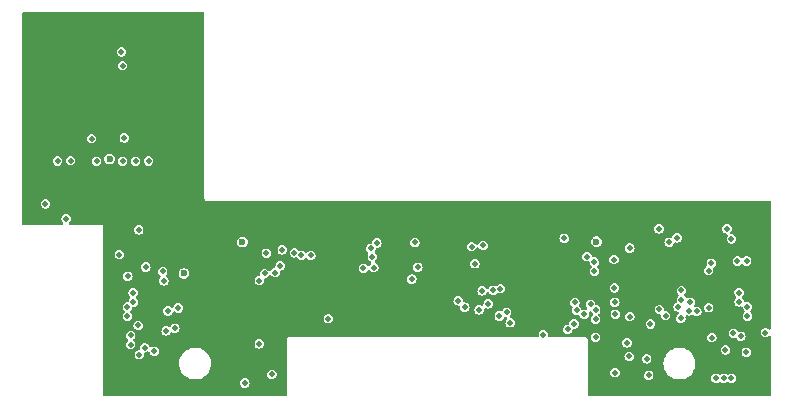
<source format=gbr>
%TF.GenerationSoftware,KiCad,Pcbnew,(6.0.7)*%
%TF.CreationDate,2022-09-26T14:07:28+03:00*%
%TF.ProjectId,202-combi-v0.2,3230322d-636f-46d6-9269-2d76302e322e,rev?*%
%TF.SameCoordinates,PX328b740PY3479d68*%
%TF.FileFunction,Copper,L5,Inr*%
%TF.FilePolarity,Positive*%
%FSLAX46Y46*%
G04 Gerber Fmt 4.6, Leading zero omitted, Abs format (unit mm)*
G04 Created by KiCad (PCBNEW (6.0.7)) date 2022-09-26 14:07:28*
%MOMM*%
%LPD*%
G01*
G04 APERTURE LIST*
%TA.AperFunction,ViaPad*%
%ADD10C,0.500000*%
%TD*%
%TA.AperFunction,ViaPad*%
%ADD11C,0.600000*%
%TD*%
G04 APERTURE END LIST*
D10*
%TO.N,/SYS_EX_nINT*%
X48175000Y-20925000D03*
X55900000Y-25175000D03*
D11*
%TO.N,+2V8*%
X14050000Y-22350000D03*
%TO.N,+3.3V*%
X19000000Y-19675000D03*
D10*
%TO.N,GND*%
X16525000Y-20025000D03*
X15325000Y-20025000D03*
X15912500Y-20025000D03*
X51825000Y-23575000D03*
X53275000Y-19825000D03*
X6550000Y-1525000D03*
X13675000Y-1425000D03*
X20475000Y-30875000D03*
X44250000Y-24950000D03*
X50450000Y-22375000D03*
X53725000Y-24950000D03*
D11*
X7175000Y-10200000D03*
D10*
X63300000Y-26175000D03*
X18125000Y-30825000D03*
X37400000Y-20175000D03*
X2675000Y-17750000D03*
X7800000Y-23775000D03*
X49050000Y-29975000D03*
X9825000Y-16375000D03*
X9250000Y-23500000D03*
X7725000Y-27425000D03*
X12700000Y-2425000D03*
X51800000Y-21175000D03*
X23475000Y-19950000D03*
D11*
X8225000Y-10175000D03*
D10*
X14550000Y-15425000D03*
X17650000Y-26150000D03*
X5550000Y-15575000D03*
X11750000Y-1425000D03*
X63350000Y-22575000D03*
X37800000Y-21450000D03*
X29150000Y-26200000D03*
X7750000Y-24975000D03*
X10850000Y-23375000D03*
X13450000Y-13725000D03*
X37625000Y-26025000D03*
X3050000Y-1525000D03*
X4750000Y-2650000D03*
X1500000Y-11875000D03*
X63300000Y-23775000D03*
X7775000Y-26175000D03*
X63300000Y-28175000D03*
X25900000Y-19800000D03*
X63350000Y-24950000D03*
X2025000Y-13725000D03*
X51850000Y-22350000D03*
X58625000Y-26575000D03*
X5550000Y-12875000D03*
X25650000Y-20950000D03*
X9125000Y-21750000D03*
X47375000Y-19475000D03*
X14525000Y-12025000D03*
X2450000Y-15725000D03*
%TO.N,+3.3V*%
X10825000Y-21800000D03*
X50500000Y-23575000D03*
X8850000Y-4750000D03*
X29250000Y-21900000D03*
X59900000Y-28825000D03*
X9000000Y-10875000D03*
X6225000Y-10925000D03*
X2325000Y-16450000D03*
D11*
X48975000Y-19650000D03*
D10*
X10225000Y-18650000D03*
D11*
X7747998Y-12647998D03*
D10*
%TO.N,+1V8*%
X24800000Y-20825000D03*
X12350000Y-22975000D03*
X60575000Y-27400000D03*
X21500000Y-30900000D03*
X44475000Y-27525000D03*
X33850000Y-21825000D03*
X50525000Y-24775000D03*
X50462500Y-21175000D03*
%TO.N,+2V8*%
X12250000Y-22175000D03*
X58750000Y-27775000D03*
%TO.N,/EXTCLK*%
X4075000Y-17725000D03*
X54275000Y-18575000D03*
X46250000Y-19375000D03*
%TO.N,/LEFT_SCL*%
X55125000Y-19700000D03*
X54300000Y-25400000D03*
%TO.N,/RIGHT_SCL*%
X48475000Y-24950000D03*
X38400000Y-20075000D03*
%TO.N,/LEFT_SDA*%
X54825000Y-25925000D03*
X55800000Y-19325000D03*
%TO.N,/RIGHT_SDA*%
X48912500Y-25425000D03*
X39375000Y-19975000D03*
%TO.N,/LEFT_PWRDN*%
X20425000Y-22950000D03*
X41361535Y-25638596D03*
X60400000Y-19425000D03*
X63275000Y-27350000D03*
%TO.N,/LEFT_RESET*%
X20875000Y-22350000D03*
X60025000Y-18575000D03*
X61660439Y-29010439D03*
X40748433Y-25948433D03*
%TO.N,/LEFT_ATT_INT*%
X61200000Y-27675000D03*
X41675000Y-26520500D03*
%TO.N,/LEFT_ATT_XSHUT*%
X58474500Y-25250000D03*
X39800000Y-24925000D03*
%TO.N,/RIGHT_PWRDN*%
X26275000Y-26175000D03*
X39050000Y-25425000D03*
X9300000Y-22575000D03*
%TO.N,/RIGHT_RESET*%
X21025000Y-20640500D03*
X8575000Y-20750000D03*
X40850000Y-23625000D03*
%TO.N,/RIGHT_ATT_INT*%
X40225000Y-23775000D03*
X21775500Y-22275000D03*
X22377061Y-20347939D03*
X13550000Y-25275000D03*
%TO.N,/RIGHT_ATT_XSHUT*%
X22200000Y-21700000D03*
X12700000Y-25525000D03*
X39300000Y-23825000D03*
%TO.N,Net-(R4-Pad1)*%
X20425000Y-28300000D03*
X19200000Y-31625000D03*
%TO.N,/SYS_SDA_1V8*%
X24000000Y-20800000D03*
X47147939Y-24802061D03*
%TO.N,/SYS_SCL_1V8*%
X47300000Y-25475000D03*
X23400000Y-20600000D03*
%TO.N,/DAT2*%
X51750000Y-29375000D03*
X11050000Y-12825000D03*
%TO.N,/DAT3*%
X51800000Y-20200000D03*
X9950000Y-12850000D03*
%TO.N,/CMD*%
X8850000Y-12850000D03*
X53550000Y-26625000D03*
%TO.N,/CLK*%
X6650000Y-12850000D03*
X53400000Y-30975000D03*
%TO.N,/DAT0*%
X50575000Y-25800000D03*
X4450000Y-12800000D03*
%TO.N,/DAT1*%
X3350000Y-12825000D03*
X53225000Y-29575000D03*
%TO.N,/CDS*%
X51562500Y-28225000D03*
X8762500Y-3587500D03*
%TO.N,/I2C_SCL_1v8_LEFT*%
X56125000Y-26150000D03*
X30125000Y-21850000D03*
%TO.N,/I2C_SDA_1v8_LEFT*%
X30000000Y-20925000D03*
X57469990Y-25569990D03*
%TO.N,/I2S_SCK*%
X50550000Y-30750000D03*
X10275000Y-29225000D03*
X56813628Y-25508498D03*
X60400000Y-31225000D03*
%TO.N,/I2S_LRCLK*%
X10725000Y-28625000D03*
X56925000Y-24775000D03*
X46550000Y-27081500D03*
X59763999Y-31216378D03*
%TO.N,/I2S_D1*%
X58475000Y-22100000D03*
X59100000Y-31225000D03*
X12550000Y-27200000D03*
X47075000Y-26625000D03*
%TO.N,/I2S_D2*%
X58700000Y-21475000D03*
X11525000Y-28925000D03*
X48900000Y-27750000D03*
%TO.N,/CSI_L_RX_CLK_N*%
X56172745Y-24565000D03*
%TO.N,/CSI_L_RX_CLK_P*%
X56172745Y-23785000D03*
%TO.N,/CSI_L_RX_D2_N*%
X61690000Y-21300000D03*
%TO.N,/CSI_L_RX_D2_P*%
X60910000Y-21300000D03*
%TO.N,/CSI_L_RX_D1_N*%
X61050000Y-23975845D03*
%TO.N,/CSI_L_RX_D1_P*%
X61050000Y-24755845D03*
%TO.N,/CSI_L_RX_D0_N*%
X61753547Y-25175845D03*
%TO.N,/CSI_L_RX_D0_P*%
X61753547Y-25955845D03*
%TO.N,/I2C_SCL_1v8_RIGHT*%
X29875000Y-20225000D03*
X13275000Y-26975000D03*
%TO.N,/I2C_SDA_1v8_RIGHT*%
X30375000Y-19775000D03*
X10175000Y-26750000D03*
%TO.N,/CSI_R_RX_CLK_N*%
X9539755Y-28374155D03*
%TO.N,/CSI_R_RX_CLK_P*%
X9539755Y-27594155D03*
%TO.N,/CSI_R_RX_D1_N*%
X48804545Y-22165000D03*
X9263544Y-25974155D03*
X37822935Y-25203609D03*
%TO.N,/CSI_R_RX_D1_P*%
X48804545Y-21385000D03*
X37271391Y-24652065D03*
X9263544Y-25194155D03*
%TO.N,/CSI_R_RX_D0_N*%
X9750000Y-24774155D03*
%TO.N,/CSI_R_RX_D0_P*%
X9750000Y-23994155D03*
%TO.N,/OE_CAM*%
X33600000Y-19725000D03*
X51800000Y-26000000D03*
%TO.N,/SYS_SCL*%
X48900000Y-26225000D03*
X33350000Y-22825000D03*
%TO.N,/SYS_SDA*%
X38675000Y-21525000D03*
X47939447Y-25819144D03*
%TD*%
%TA.AperFunction,Conductor*%
%TO.N,GND*%
G36*
X15716621Y-245502D02*
G01*
X15763114Y-299158D01*
X15774500Y-351500D01*
X15774500Y-15956575D01*
X15773810Y-15969745D01*
X15770725Y-15999098D01*
X15779846Y-16027170D01*
X15783258Y-16039904D01*
X15789393Y-16068768D01*
X15796078Y-16077969D01*
X15796834Y-16079453D01*
X15800348Y-16090269D01*
X15809211Y-16100112D01*
X15809212Y-16100114D01*
X15820096Y-16112202D01*
X15828392Y-16122446D01*
X15845740Y-16146323D01*
X15855588Y-16152009D01*
X15856886Y-16153060D01*
X15864493Y-16161509D01*
X15890292Y-16172995D01*
X15891450Y-16173511D01*
X15903201Y-16179499D01*
X15917290Y-16187633D01*
X15928760Y-16194255D01*
X15940073Y-16195444D01*
X15941678Y-16195874D01*
X15952068Y-16200500D01*
X15981575Y-16200500D01*
X15994745Y-16201190D01*
X16010927Y-16202891D01*
X16010928Y-16202891D01*
X16024098Y-16204275D01*
X16034839Y-16200785D01*
X16040278Y-16200500D01*
X63648500Y-16200500D01*
X63716621Y-16220502D01*
X63763114Y-16274158D01*
X63774500Y-16326500D01*
X63774500Y-26978918D01*
X63754498Y-27047039D01*
X63700842Y-27093532D01*
X63630568Y-27103636D01*
X63565988Y-27074142D01*
X63559405Y-27068013D01*
X63513342Y-27021950D01*
X63400304Y-26964354D01*
X63390515Y-26962804D01*
X63390513Y-26962803D01*
X63284793Y-26946059D01*
X63275000Y-26944508D01*
X63265207Y-26946059D01*
X63159487Y-26962803D01*
X63159485Y-26962804D01*
X63149696Y-26964354D01*
X63036658Y-27021950D01*
X62946950Y-27111658D01*
X62889354Y-27224696D01*
X62887804Y-27234485D01*
X62887803Y-27234487D01*
X62873629Y-27323980D01*
X62869508Y-27350000D01*
X62871059Y-27359793D01*
X62885974Y-27453961D01*
X62889354Y-27475304D01*
X62946950Y-27588342D01*
X63036658Y-27678050D01*
X63149696Y-27735646D01*
X63159485Y-27737196D01*
X63159487Y-27737197D01*
X63265207Y-27753941D01*
X63275000Y-27755492D01*
X63284793Y-27753941D01*
X63390513Y-27737197D01*
X63390515Y-27737196D01*
X63400304Y-27735646D01*
X63513342Y-27678050D01*
X63559405Y-27631987D01*
X63621717Y-27597961D01*
X63692532Y-27603026D01*
X63749368Y-27645573D01*
X63774179Y-27712093D01*
X63774500Y-27721082D01*
X63774500Y-32623500D01*
X63754498Y-32691621D01*
X63700842Y-32738114D01*
X63648500Y-32749500D01*
X48351500Y-32749500D01*
X48283379Y-32729498D01*
X48236886Y-32675842D01*
X48225500Y-32623500D01*
X48225500Y-30750000D01*
X50144508Y-30750000D01*
X50146059Y-30759793D01*
X50159062Y-30841889D01*
X50164354Y-30875304D01*
X50221950Y-30988342D01*
X50311658Y-31078050D01*
X50424696Y-31135646D01*
X50434485Y-31137196D01*
X50434487Y-31137197D01*
X50540207Y-31153941D01*
X50550000Y-31155492D01*
X50559793Y-31153941D01*
X50665513Y-31137197D01*
X50665515Y-31137196D01*
X50675304Y-31135646D01*
X50788342Y-31078050D01*
X50878050Y-30988342D01*
X50884848Y-30975000D01*
X52994508Y-30975000D01*
X52996059Y-30984793D01*
X53000925Y-31015513D01*
X53014354Y-31100304D01*
X53071950Y-31213342D01*
X53161658Y-31303050D01*
X53274696Y-31360646D01*
X53284485Y-31362196D01*
X53284487Y-31362197D01*
X53390207Y-31378941D01*
X53400000Y-31380492D01*
X53409793Y-31378941D01*
X53515513Y-31362197D01*
X53515515Y-31362196D01*
X53525304Y-31360646D01*
X53638342Y-31303050D01*
X53728050Y-31213342D01*
X53785646Y-31100304D01*
X53799076Y-31015513D01*
X53803941Y-30984793D01*
X53805492Y-30975000D01*
X53798559Y-30931226D01*
X53787197Y-30859487D01*
X53787196Y-30859485D01*
X53785646Y-30849696D01*
X53728050Y-30736658D01*
X53638342Y-30646950D01*
X53525304Y-30589354D01*
X53515515Y-30587804D01*
X53515513Y-30587803D01*
X53409793Y-30571059D01*
X53400000Y-30569508D01*
X53390207Y-30571059D01*
X53284487Y-30587803D01*
X53284485Y-30587804D01*
X53274696Y-30589354D01*
X53161658Y-30646950D01*
X53071950Y-30736658D01*
X53014354Y-30849696D01*
X53012804Y-30859485D01*
X53012803Y-30859487D01*
X53001441Y-30931226D01*
X52994508Y-30975000D01*
X50884848Y-30975000D01*
X50935646Y-30875304D01*
X50940939Y-30841889D01*
X50953941Y-30759793D01*
X50955492Y-30750000D01*
X50953379Y-30736658D01*
X50937197Y-30634487D01*
X50937196Y-30634485D01*
X50935646Y-30624696D01*
X50878050Y-30511658D01*
X50788342Y-30421950D01*
X50675304Y-30364354D01*
X50665515Y-30362804D01*
X50665513Y-30362803D01*
X50559793Y-30346059D01*
X50550000Y-30344508D01*
X50540207Y-30346059D01*
X50434487Y-30362803D01*
X50434485Y-30362804D01*
X50424696Y-30364354D01*
X50311658Y-30421950D01*
X50221950Y-30511658D01*
X50164354Y-30624696D01*
X50162804Y-30634485D01*
X50162803Y-30634487D01*
X50146621Y-30736658D01*
X50144508Y-30750000D01*
X48225500Y-30750000D01*
X48225500Y-29375000D01*
X51344508Y-29375000D01*
X51346059Y-29384793D01*
X51356339Y-29449696D01*
X51364354Y-29500304D01*
X51421950Y-29613342D01*
X51511658Y-29703050D01*
X51624696Y-29760646D01*
X51634485Y-29762196D01*
X51634487Y-29762197D01*
X51740207Y-29778941D01*
X51750000Y-29780492D01*
X51759793Y-29778941D01*
X51865513Y-29762197D01*
X51865515Y-29762196D01*
X51875304Y-29760646D01*
X51988342Y-29703050D01*
X52078050Y-29613342D01*
X52097586Y-29575000D01*
X52819508Y-29575000D01*
X52839354Y-29700304D01*
X52896950Y-29813342D01*
X52986658Y-29903050D01*
X53099696Y-29960646D01*
X53109485Y-29962196D01*
X53109487Y-29962197D01*
X53215207Y-29978941D01*
X53225000Y-29980492D01*
X53234793Y-29978941D01*
X53259676Y-29975000D01*
X54644341Y-29975000D01*
X54664937Y-30210408D01*
X54666361Y-30215722D01*
X54666361Y-30215723D01*
X54705771Y-30362803D01*
X54726097Y-30438663D01*
X54728419Y-30443643D01*
X54728420Y-30443645D01*
X54823224Y-30646950D01*
X54825965Y-30652829D01*
X54961505Y-30846401D01*
X55128599Y-31013495D01*
X55322171Y-31149035D01*
X55327149Y-31151356D01*
X55327152Y-31151358D01*
X55531355Y-31246580D01*
X55536337Y-31248903D01*
X55541645Y-31250325D01*
X55541647Y-31250326D01*
X55755213Y-31307550D01*
X55764592Y-31310063D01*
X55867682Y-31319082D01*
X55938310Y-31325262D01*
X55938317Y-31325262D01*
X55941034Y-31325500D01*
X56058966Y-31325500D01*
X56061683Y-31325262D01*
X56061690Y-31325262D01*
X56132318Y-31319082D01*
X56235408Y-31310063D01*
X56244787Y-31307550D01*
X56458353Y-31250326D01*
X56458355Y-31250325D01*
X56463663Y-31248903D01*
X56468645Y-31246580D01*
X56514923Y-31225000D01*
X58694508Y-31225000D01*
X58696059Y-31234793D01*
X58707981Y-31310063D01*
X58714354Y-31350304D01*
X58771950Y-31463342D01*
X58861658Y-31553050D01*
X58974696Y-31610646D01*
X58984485Y-31612196D01*
X58984487Y-31612197D01*
X59090207Y-31628941D01*
X59100000Y-31630492D01*
X59109793Y-31628941D01*
X59215513Y-31612197D01*
X59215515Y-31612196D01*
X59225304Y-31610646D01*
X59338342Y-31553050D01*
X59345356Y-31546036D01*
X59347221Y-31544172D01*
X59350043Y-31542631D01*
X59353374Y-31540211D01*
X59353687Y-31540642D01*
X59409535Y-31510150D01*
X59480350Y-31515219D01*
X59509096Y-31533694D01*
X59510625Y-31531589D01*
X59518645Y-31537416D01*
X59525657Y-31544428D01*
X59638695Y-31602024D01*
X59648484Y-31603574D01*
X59648486Y-31603575D01*
X59754206Y-31620319D01*
X59763999Y-31621870D01*
X59773792Y-31620319D01*
X59879512Y-31603575D01*
X59879514Y-31603574D01*
X59889303Y-31602024D01*
X59976588Y-31557550D01*
X59993510Y-31548928D01*
X59993512Y-31548927D01*
X60002341Y-31544428D01*
X60005129Y-31541640D01*
X60068877Y-31518896D01*
X60138028Y-31534979D01*
X60150130Y-31542756D01*
X60154643Y-31546035D01*
X60161658Y-31553050D01*
X60170494Y-31557552D01*
X60170495Y-31557553D01*
X60215359Y-31580412D01*
X60274696Y-31610646D01*
X60284485Y-31612196D01*
X60284487Y-31612197D01*
X60390207Y-31628941D01*
X60400000Y-31630492D01*
X60409793Y-31628941D01*
X60515513Y-31612197D01*
X60515515Y-31612196D01*
X60525304Y-31610646D01*
X60638342Y-31553050D01*
X60728050Y-31463342D01*
X60785646Y-31350304D01*
X60792020Y-31310063D01*
X60803941Y-31234793D01*
X60805492Y-31225000D01*
X60794483Y-31155492D01*
X60787197Y-31109487D01*
X60787196Y-31109485D01*
X60785646Y-31099696D01*
X60728050Y-30986658D01*
X60638342Y-30896950D01*
X60525304Y-30839354D01*
X60515515Y-30837804D01*
X60515513Y-30837803D01*
X60409793Y-30821059D01*
X60400000Y-30819508D01*
X60390207Y-30821059D01*
X60284487Y-30837803D01*
X60284485Y-30837804D01*
X60274696Y-30839354D01*
X60161658Y-30896950D01*
X60158871Y-30899737D01*
X60095127Y-30922481D01*
X60025975Y-30906401D01*
X60013872Y-30898623D01*
X60009352Y-30895339D01*
X60002341Y-30888328D01*
X59889303Y-30830732D01*
X59879514Y-30829182D01*
X59879512Y-30829181D01*
X59773792Y-30812437D01*
X59763999Y-30810886D01*
X59754206Y-30812437D01*
X59648486Y-30829181D01*
X59648484Y-30829182D01*
X59638695Y-30830732D01*
X59525657Y-30888328D01*
X59516787Y-30897198D01*
X59513970Y-30898736D01*
X59510625Y-30901167D01*
X59510311Y-30900735D01*
X59454479Y-30931226D01*
X59383663Y-30926165D01*
X59354904Y-30907683D01*
X59353374Y-30909789D01*
X59345354Y-30903962D01*
X59338342Y-30896950D01*
X59225304Y-30839354D01*
X59215515Y-30837804D01*
X59215513Y-30837803D01*
X59109793Y-30821059D01*
X59100000Y-30819508D01*
X59090207Y-30821059D01*
X58984487Y-30837803D01*
X58984485Y-30837804D01*
X58974696Y-30839354D01*
X58861658Y-30896950D01*
X58771950Y-30986658D01*
X58714354Y-31099696D01*
X58712804Y-31109485D01*
X58712803Y-31109487D01*
X58705517Y-31155492D01*
X58694508Y-31225000D01*
X56514923Y-31225000D01*
X56672848Y-31151358D01*
X56672851Y-31151356D01*
X56677829Y-31149035D01*
X56871401Y-31013495D01*
X57038495Y-30846401D01*
X57041655Y-30841889D01*
X57170878Y-30657339D01*
X57170881Y-30657334D01*
X57174035Y-30652830D01*
X57176358Y-30647848D01*
X57176361Y-30647843D01*
X57271580Y-30443645D01*
X57271581Y-30443644D01*
X57273903Y-30438663D01*
X57294230Y-30362803D01*
X57333639Y-30215723D01*
X57333639Y-30215722D01*
X57335063Y-30210408D01*
X57355659Y-29975000D01*
X57335063Y-29739592D01*
X57326903Y-29709137D01*
X57275326Y-29516647D01*
X57275325Y-29516645D01*
X57273903Y-29511337D01*
X57254792Y-29470353D01*
X57176358Y-29302152D01*
X57176356Y-29302149D01*
X57174035Y-29297171D01*
X57038495Y-29103599D01*
X56871401Y-28936505D01*
X56712155Y-28825000D01*
X59494508Y-28825000D01*
X59496059Y-28834793D01*
X59505904Y-28896950D01*
X59514354Y-28950304D01*
X59571950Y-29063342D01*
X59661658Y-29153050D01*
X59774696Y-29210646D01*
X59784485Y-29212196D01*
X59784487Y-29212197D01*
X59890207Y-29228941D01*
X59900000Y-29230492D01*
X59909793Y-29228941D01*
X60015513Y-29212197D01*
X60015515Y-29212196D01*
X60025304Y-29210646D01*
X60138342Y-29153050D01*
X60228050Y-29063342D01*
X60255006Y-29010439D01*
X61254947Y-29010439D01*
X61256498Y-29020232D01*
X61270635Y-29109487D01*
X61274793Y-29135743D01*
X61332389Y-29248781D01*
X61422097Y-29338489D01*
X61535135Y-29396085D01*
X61544924Y-29397635D01*
X61544926Y-29397636D01*
X61650646Y-29414380D01*
X61660439Y-29415931D01*
X61670232Y-29414380D01*
X61775952Y-29397636D01*
X61775954Y-29397635D01*
X61785743Y-29396085D01*
X61898781Y-29338489D01*
X61988489Y-29248781D01*
X62046085Y-29135743D01*
X62050244Y-29109487D01*
X62064380Y-29020232D01*
X62065931Y-29010439D01*
X62064380Y-29000646D01*
X62047636Y-28894926D01*
X62047635Y-28894924D01*
X62046085Y-28885135D01*
X61988489Y-28772097D01*
X61898781Y-28682389D01*
X61785743Y-28624793D01*
X61775954Y-28623243D01*
X61775952Y-28623242D01*
X61670232Y-28606498D01*
X61660439Y-28604947D01*
X61650646Y-28606498D01*
X61544926Y-28623242D01*
X61544924Y-28623243D01*
X61535135Y-28624793D01*
X61422097Y-28682389D01*
X61332389Y-28772097D01*
X61274793Y-28885135D01*
X61273243Y-28894924D01*
X61273242Y-28894926D01*
X61256498Y-29000646D01*
X61254947Y-29010439D01*
X60255006Y-29010439D01*
X60285646Y-28950304D01*
X60294097Y-28896950D01*
X60303941Y-28834793D01*
X60305492Y-28825000D01*
X60294221Y-28753834D01*
X60287197Y-28709487D01*
X60287196Y-28709485D01*
X60285646Y-28699696D01*
X60228050Y-28586658D01*
X60138342Y-28496950D01*
X60025304Y-28439354D01*
X60015515Y-28437804D01*
X60015513Y-28437803D01*
X59909793Y-28421059D01*
X59900000Y-28419508D01*
X59890207Y-28421059D01*
X59784487Y-28437803D01*
X59784485Y-28437804D01*
X59774696Y-28439354D01*
X59661658Y-28496950D01*
X59571950Y-28586658D01*
X59514354Y-28699696D01*
X59512804Y-28709485D01*
X59512803Y-28709487D01*
X59505779Y-28753834D01*
X59494508Y-28825000D01*
X56712155Y-28825000D01*
X56677829Y-28800965D01*
X56672851Y-28798644D01*
X56672848Y-28798642D01*
X56468645Y-28703420D01*
X56468643Y-28703419D01*
X56463663Y-28701097D01*
X56458355Y-28699675D01*
X56458353Y-28699674D01*
X56240723Y-28641361D01*
X56240722Y-28641361D01*
X56235408Y-28639937D01*
X56132318Y-28630918D01*
X56061690Y-28624738D01*
X56061683Y-28624738D01*
X56058966Y-28624500D01*
X55941034Y-28624500D01*
X55938317Y-28624738D01*
X55938310Y-28624738D01*
X55867682Y-28630918D01*
X55764592Y-28639937D01*
X55759278Y-28641361D01*
X55759277Y-28641361D01*
X55541647Y-28699674D01*
X55541645Y-28699675D01*
X55536337Y-28701097D01*
X55531357Y-28703419D01*
X55531355Y-28703420D01*
X55327152Y-28798642D01*
X55327149Y-28798644D01*
X55322171Y-28800965D01*
X55128599Y-28936505D01*
X54961505Y-29103599D01*
X54958348Y-29108107D01*
X54958346Y-29108110D01*
X54856858Y-29253050D01*
X54825965Y-29297170D01*
X54823642Y-29302152D01*
X54823639Y-29302157D01*
X54745208Y-29470353D01*
X54726097Y-29511337D01*
X54724675Y-29516645D01*
X54724674Y-29516647D01*
X54673097Y-29709137D01*
X54664937Y-29739592D01*
X54644341Y-29975000D01*
X53259676Y-29975000D01*
X53340513Y-29962197D01*
X53340515Y-29962196D01*
X53350304Y-29960646D01*
X53463342Y-29903050D01*
X53553050Y-29813342D01*
X53610646Y-29700304D01*
X53630492Y-29575000D01*
X53627728Y-29557550D01*
X53612197Y-29459487D01*
X53612196Y-29459485D01*
X53610646Y-29449696D01*
X53553050Y-29336658D01*
X53463342Y-29246950D01*
X53350304Y-29189354D01*
X53340515Y-29187804D01*
X53340513Y-29187803D01*
X53234793Y-29171059D01*
X53225000Y-29169508D01*
X53215207Y-29171059D01*
X53109487Y-29187803D01*
X53109485Y-29187804D01*
X53099696Y-29189354D01*
X52986658Y-29246950D01*
X52896950Y-29336658D01*
X52839354Y-29449696D01*
X52837804Y-29459485D01*
X52837803Y-29459487D01*
X52822272Y-29557550D01*
X52819508Y-29575000D01*
X52097586Y-29575000D01*
X52135646Y-29500304D01*
X52143662Y-29449696D01*
X52153941Y-29384793D01*
X52155492Y-29375000D01*
X52145545Y-29312197D01*
X52137197Y-29259487D01*
X52137196Y-29259485D01*
X52135646Y-29249696D01*
X52078050Y-29136658D01*
X51988342Y-29046950D01*
X51875304Y-28989354D01*
X51865515Y-28987804D01*
X51865513Y-28987803D01*
X51759793Y-28971059D01*
X51750000Y-28969508D01*
X51740207Y-28971059D01*
X51634487Y-28987803D01*
X51634485Y-28987804D01*
X51624696Y-28989354D01*
X51511658Y-29046950D01*
X51421950Y-29136658D01*
X51364354Y-29249696D01*
X51362804Y-29259485D01*
X51362803Y-29259487D01*
X51354455Y-29312197D01*
X51344508Y-29375000D01*
X48225500Y-29375000D01*
X48225500Y-28225000D01*
X51157008Y-28225000D01*
X51158559Y-28234793D01*
X51168404Y-28296950D01*
X51176854Y-28350304D01*
X51234450Y-28463342D01*
X51324158Y-28553050D01*
X51437196Y-28610646D01*
X51446985Y-28612196D01*
X51446987Y-28612197D01*
X51552707Y-28628941D01*
X51562500Y-28630492D01*
X51572293Y-28628941D01*
X51678013Y-28612197D01*
X51678015Y-28612196D01*
X51687804Y-28610646D01*
X51800842Y-28553050D01*
X51890550Y-28463342D01*
X51948146Y-28350304D01*
X51956597Y-28296950D01*
X51966441Y-28234793D01*
X51967992Y-28225000D01*
X51964112Y-28200500D01*
X51949697Y-28109487D01*
X51949696Y-28109485D01*
X51948146Y-28099696D01*
X51890550Y-27986658D01*
X51800842Y-27896950D01*
X51687804Y-27839354D01*
X51678015Y-27837804D01*
X51678013Y-27837803D01*
X51572293Y-27821059D01*
X51562500Y-27819508D01*
X51552707Y-27821059D01*
X51446987Y-27837803D01*
X51446985Y-27837804D01*
X51437196Y-27839354D01*
X51324158Y-27896950D01*
X51234450Y-27986658D01*
X51176854Y-28099696D01*
X51175304Y-28109485D01*
X51175303Y-28109487D01*
X51160888Y-28200500D01*
X51157008Y-28225000D01*
X48225500Y-28225000D01*
X48225500Y-27993425D01*
X48226190Y-27980255D01*
X48227891Y-27964072D01*
X48227891Y-27964071D01*
X48229275Y-27950902D01*
X48220154Y-27922830D01*
X48216742Y-27910096D01*
X48213546Y-27895060D01*
X48210607Y-27881232D01*
X48203922Y-27872031D01*
X48203166Y-27870547D01*
X48199652Y-27859731D01*
X48190788Y-27849886D01*
X48179904Y-27837798D01*
X48171608Y-27827554D01*
X48154260Y-27803677D01*
X48144412Y-27797991D01*
X48143114Y-27796940D01*
X48135507Y-27788491D01*
X48108551Y-27776489D01*
X48096799Y-27770501D01*
X48082710Y-27762367D01*
X48082709Y-27762367D01*
X48071240Y-27755745D01*
X48059927Y-27754556D01*
X48058322Y-27754126D01*
X48049055Y-27750000D01*
X48494508Y-27750000D01*
X48496059Y-27759793D01*
X48511888Y-27859731D01*
X48514354Y-27875304D01*
X48571950Y-27988342D01*
X48661658Y-28078050D01*
X48774696Y-28135646D01*
X48784485Y-28137196D01*
X48784487Y-28137197D01*
X48890207Y-28153941D01*
X48900000Y-28155492D01*
X48909793Y-28153941D01*
X49015513Y-28137197D01*
X49015515Y-28137196D01*
X49025304Y-28135646D01*
X49138342Y-28078050D01*
X49228050Y-27988342D01*
X49285646Y-27875304D01*
X49288113Y-27859731D01*
X49301533Y-27775000D01*
X58344508Y-27775000D01*
X58346059Y-27784793D01*
X58359948Y-27872483D01*
X58364354Y-27900304D01*
X58421950Y-28013342D01*
X58511658Y-28103050D01*
X58624696Y-28160646D01*
X58634485Y-28162196D01*
X58634487Y-28162197D01*
X58740207Y-28178941D01*
X58750000Y-28180492D01*
X58759793Y-28178941D01*
X58865513Y-28162197D01*
X58865515Y-28162196D01*
X58875304Y-28160646D01*
X58988342Y-28103050D01*
X59078050Y-28013342D01*
X59135646Y-27900304D01*
X59140053Y-27872483D01*
X59153941Y-27784793D01*
X59155492Y-27775000D01*
X59153376Y-27761640D01*
X59137197Y-27659487D01*
X59137196Y-27659485D01*
X59135646Y-27649696D01*
X59078050Y-27536658D01*
X58988342Y-27446950D01*
X58896198Y-27400000D01*
X60169508Y-27400000D01*
X60171059Y-27409793D01*
X60187193Y-27511658D01*
X60189354Y-27525304D01*
X60246950Y-27638342D01*
X60336658Y-27728050D01*
X60449696Y-27785646D01*
X60459485Y-27787196D01*
X60459487Y-27787197D01*
X60565207Y-27803941D01*
X60575000Y-27805492D01*
X60625025Y-27797569D01*
X60700304Y-27785646D01*
X60700590Y-27787450D01*
X60759654Y-27785762D01*
X60820452Y-27822425D01*
X60839890Y-27850421D01*
X60867068Y-27903760D01*
X60871950Y-27913342D01*
X60961658Y-28003050D01*
X61074696Y-28060646D01*
X61084485Y-28062196D01*
X61084487Y-28062197D01*
X61190207Y-28078941D01*
X61200000Y-28080492D01*
X61209793Y-28078941D01*
X61315513Y-28062197D01*
X61315515Y-28062196D01*
X61325304Y-28060646D01*
X61438342Y-28003050D01*
X61528050Y-27913342D01*
X61585646Y-27800304D01*
X61588681Y-27781145D01*
X61603941Y-27684793D01*
X61605492Y-27675000D01*
X61600831Y-27645573D01*
X61587197Y-27559487D01*
X61587196Y-27559485D01*
X61585646Y-27549696D01*
X61528050Y-27436658D01*
X61438342Y-27346950D01*
X61325304Y-27289354D01*
X61315515Y-27287804D01*
X61315513Y-27287803D01*
X61209793Y-27271059D01*
X61200000Y-27269508D01*
X61074696Y-27289354D01*
X61074410Y-27287550D01*
X61015346Y-27289238D01*
X60954548Y-27252575D01*
X60935110Y-27224579D01*
X60907552Y-27170493D01*
X60907551Y-27170491D01*
X60903050Y-27161658D01*
X60813342Y-27071950D01*
X60700304Y-27014354D01*
X60690515Y-27012804D01*
X60690513Y-27012803D01*
X60584793Y-26996059D01*
X60575000Y-26994508D01*
X60565207Y-26996059D01*
X60459487Y-27012803D01*
X60459485Y-27012804D01*
X60449696Y-27014354D01*
X60336658Y-27071950D01*
X60246950Y-27161658D01*
X60189354Y-27274696D01*
X60187804Y-27284485D01*
X60187803Y-27284487D01*
X60178978Y-27340207D01*
X60169508Y-27400000D01*
X58896198Y-27400000D01*
X58875304Y-27389354D01*
X58865515Y-27387804D01*
X58865513Y-27387803D01*
X58759793Y-27371059D01*
X58750000Y-27369508D01*
X58740207Y-27371059D01*
X58634487Y-27387803D01*
X58634485Y-27387804D01*
X58624696Y-27389354D01*
X58511658Y-27446950D01*
X58421950Y-27536658D01*
X58364354Y-27649696D01*
X58362804Y-27659485D01*
X58362803Y-27659487D01*
X58346624Y-27761640D01*
X58344508Y-27775000D01*
X49301533Y-27775000D01*
X49303941Y-27759793D01*
X49305492Y-27750000D01*
X49302054Y-27728292D01*
X49287197Y-27634487D01*
X49287196Y-27634485D01*
X49285646Y-27624696D01*
X49228050Y-27511658D01*
X49138342Y-27421950D01*
X49025304Y-27364354D01*
X49015515Y-27362804D01*
X49015513Y-27362803D01*
X48909793Y-27346059D01*
X48900000Y-27344508D01*
X48890207Y-27346059D01*
X48784487Y-27362803D01*
X48784485Y-27362804D01*
X48774696Y-27364354D01*
X48661658Y-27421950D01*
X48571950Y-27511658D01*
X48514354Y-27624696D01*
X48512804Y-27634485D01*
X48512803Y-27634487D01*
X48497946Y-27728292D01*
X48494508Y-27750000D01*
X48049055Y-27750000D01*
X48047932Y-27749500D01*
X48018425Y-27749500D01*
X48005255Y-27748810D01*
X47989073Y-27747109D01*
X47989072Y-27747109D01*
X47975902Y-27745725D01*
X47965161Y-27749215D01*
X47959722Y-27749500D01*
X44992462Y-27749500D01*
X44924341Y-27729498D01*
X44877848Y-27675842D01*
X44868013Y-27603789D01*
X44871600Y-27581145D01*
X44880492Y-27525000D01*
X44878379Y-27511658D01*
X44862197Y-27409487D01*
X44862196Y-27409485D01*
X44860646Y-27399696D01*
X44803050Y-27286658D01*
X44713342Y-27196950D01*
X44600304Y-27139354D01*
X44590515Y-27137804D01*
X44590513Y-27137803D01*
X44484793Y-27121059D01*
X44475000Y-27119508D01*
X44465207Y-27121059D01*
X44359487Y-27137803D01*
X44359485Y-27137804D01*
X44349696Y-27139354D01*
X44236658Y-27196950D01*
X44146950Y-27286658D01*
X44089354Y-27399696D01*
X44087804Y-27409485D01*
X44087803Y-27409487D01*
X44071621Y-27511658D01*
X44069508Y-27525000D01*
X44078401Y-27581145D01*
X44081987Y-27603789D01*
X44072887Y-27674200D01*
X44027165Y-27728514D01*
X43957538Y-27749500D01*
X23018425Y-27749500D01*
X23005255Y-27748810D01*
X22989073Y-27747109D01*
X22989072Y-27747109D01*
X22975902Y-27745725D01*
X22947830Y-27754846D01*
X22935095Y-27758258D01*
X22906232Y-27764393D01*
X22897031Y-27771078D01*
X22895547Y-27771834D01*
X22884731Y-27775348D01*
X22874888Y-27784211D01*
X22874886Y-27784212D01*
X22862798Y-27795096D01*
X22852554Y-27803392D01*
X22828677Y-27820740D01*
X22826217Y-27825000D01*
X22825000Y-27825000D01*
X22825000Y-27827109D01*
X22822995Y-27830582D01*
X22821937Y-27831888D01*
X22813491Y-27839493D01*
X22808106Y-27851587D01*
X22808105Y-27851589D01*
X22801489Y-27866450D01*
X22795501Y-27878201D01*
X22792074Y-27884137D01*
X22780745Y-27903760D01*
X22779556Y-27915073D01*
X22779126Y-27916678D01*
X22774500Y-27927068D01*
X22774500Y-27956575D01*
X22773810Y-27969745D01*
X22772296Y-27984155D01*
X22770725Y-27999098D01*
X22774215Y-28009839D01*
X22774500Y-28015278D01*
X22774500Y-32623500D01*
X22754498Y-32691621D01*
X22700842Y-32738114D01*
X22648500Y-32749500D01*
X7351500Y-32749500D01*
X7283379Y-32729498D01*
X7236886Y-32675842D01*
X7225500Y-32623500D01*
X7225500Y-31625000D01*
X18794508Y-31625000D01*
X18814354Y-31750304D01*
X18871950Y-31863342D01*
X18961658Y-31953050D01*
X19074696Y-32010646D01*
X19084485Y-32012196D01*
X19084487Y-32012197D01*
X19190207Y-32028941D01*
X19200000Y-32030492D01*
X19209793Y-32028941D01*
X19315513Y-32012197D01*
X19315515Y-32012196D01*
X19325304Y-32010646D01*
X19438342Y-31953050D01*
X19528050Y-31863342D01*
X19585646Y-31750304D01*
X19605492Y-31625000D01*
X19594809Y-31557550D01*
X19587197Y-31509487D01*
X19587196Y-31509485D01*
X19585646Y-31499696D01*
X19528050Y-31386658D01*
X19438342Y-31296950D01*
X19325304Y-31239354D01*
X19315515Y-31237804D01*
X19315513Y-31237803D01*
X19209793Y-31221059D01*
X19200000Y-31219508D01*
X19190207Y-31221059D01*
X19084487Y-31237803D01*
X19084485Y-31237804D01*
X19074696Y-31239354D01*
X18961658Y-31296950D01*
X18871950Y-31386658D01*
X18814354Y-31499696D01*
X18812804Y-31509485D01*
X18812803Y-31509487D01*
X18805191Y-31557550D01*
X18794508Y-31625000D01*
X7225500Y-31625000D01*
X7225500Y-29975000D01*
X13644341Y-29975000D01*
X13664937Y-30210408D01*
X13666361Y-30215722D01*
X13666361Y-30215723D01*
X13705771Y-30362803D01*
X13726097Y-30438663D01*
X13728419Y-30443643D01*
X13728420Y-30443645D01*
X13823224Y-30646950D01*
X13825965Y-30652829D01*
X13961505Y-30846401D01*
X14128599Y-31013495D01*
X14322171Y-31149035D01*
X14327149Y-31151356D01*
X14327152Y-31151358D01*
X14531355Y-31246580D01*
X14536337Y-31248903D01*
X14541645Y-31250325D01*
X14541647Y-31250326D01*
X14755213Y-31307550D01*
X14764592Y-31310063D01*
X14867682Y-31319082D01*
X14938310Y-31325262D01*
X14938317Y-31325262D01*
X14941034Y-31325500D01*
X15058966Y-31325500D01*
X15061683Y-31325262D01*
X15061690Y-31325262D01*
X15132318Y-31319082D01*
X15235408Y-31310063D01*
X15244787Y-31307550D01*
X15458353Y-31250326D01*
X15458355Y-31250325D01*
X15463663Y-31248903D01*
X15468645Y-31246580D01*
X15672848Y-31151358D01*
X15672851Y-31151356D01*
X15677829Y-31149035D01*
X15871401Y-31013495D01*
X15984896Y-30900000D01*
X21094508Y-30900000D01*
X21096059Y-30909793D01*
X21112484Y-31013495D01*
X21114354Y-31025304D01*
X21171950Y-31138342D01*
X21261658Y-31228050D01*
X21374696Y-31285646D01*
X21384485Y-31287196D01*
X21384487Y-31287197D01*
X21490207Y-31303941D01*
X21500000Y-31305492D01*
X21509793Y-31303941D01*
X21615513Y-31287197D01*
X21615515Y-31287196D01*
X21625304Y-31285646D01*
X21738342Y-31228050D01*
X21828050Y-31138342D01*
X21885646Y-31025304D01*
X21887517Y-31013495D01*
X21903941Y-30909793D01*
X21905492Y-30900000D01*
X21902931Y-30883828D01*
X21887197Y-30784487D01*
X21887196Y-30784485D01*
X21885646Y-30774696D01*
X21828050Y-30661658D01*
X21738342Y-30571950D01*
X21625304Y-30514354D01*
X21615515Y-30512804D01*
X21615513Y-30512803D01*
X21509793Y-30496059D01*
X21500000Y-30494508D01*
X21490207Y-30496059D01*
X21384487Y-30512803D01*
X21384485Y-30512804D01*
X21374696Y-30514354D01*
X21261658Y-30571950D01*
X21171950Y-30661658D01*
X21114354Y-30774696D01*
X21112804Y-30784485D01*
X21112803Y-30784487D01*
X21097069Y-30883828D01*
X21094508Y-30900000D01*
X15984896Y-30900000D01*
X16038495Y-30846401D01*
X16041655Y-30841889D01*
X16170878Y-30657339D01*
X16170881Y-30657334D01*
X16174035Y-30652830D01*
X16176358Y-30647848D01*
X16176361Y-30647843D01*
X16271580Y-30443645D01*
X16271581Y-30443644D01*
X16273903Y-30438663D01*
X16294230Y-30362803D01*
X16333639Y-30215723D01*
X16333639Y-30215722D01*
X16335063Y-30210408D01*
X16355659Y-29975000D01*
X16335063Y-29739592D01*
X16326903Y-29709137D01*
X16275326Y-29516647D01*
X16275325Y-29516645D01*
X16273903Y-29511337D01*
X16254792Y-29470353D01*
X16176358Y-29302152D01*
X16176356Y-29302149D01*
X16174035Y-29297171D01*
X16038495Y-29103599D01*
X15871401Y-28936505D01*
X15677829Y-28800965D01*
X15672851Y-28798644D01*
X15672848Y-28798642D01*
X15468645Y-28703420D01*
X15468643Y-28703419D01*
X15463663Y-28701097D01*
X15458355Y-28699675D01*
X15458353Y-28699674D01*
X15240723Y-28641361D01*
X15240722Y-28641361D01*
X15235408Y-28639937D01*
X15132318Y-28630918D01*
X15061690Y-28624738D01*
X15061683Y-28624738D01*
X15058966Y-28624500D01*
X14941034Y-28624500D01*
X14938317Y-28624738D01*
X14938310Y-28624738D01*
X14867682Y-28630918D01*
X14764592Y-28639937D01*
X14759278Y-28641361D01*
X14759277Y-28641361D01*
X14541647Y-28699674D01*
X14541645Y-28699675D01*
X14536337Y-28701097D01*
X14531357Y-28703419D01*
X14531355Y-28703420D01*
X14327152Y-28798642D01*
X14327149Y-28798644D01*
X14322171Y-28800965D01*
X14128599Y-28936505D01*
X13961505Y-29103599D01*
X13958348Y-29108107D01*
X13958346Y-29108110D01*
X13856858Y-29253050D01*
X13825965Y-29297170D01*
X13823642Y-29302152D01*
X13823639Y-29302157D01*
X13745208Y-29470353D01*
X13726097Y-29511337D01*
X13724675Y-29516645D01*
X13724674Y-29516647D01*
X13673097Y-29709137D01*
X13664937Y-29739592D01*
X13644341Y-29975000D01*
X7225500Y-29975000D01*
X7225500Y-29225000D01*
X9869508Y-29225000D01*
X9871059Y-29234793D01*
X9887483Y-29338489D01*
X9889354Y-29350304D01*
X9946950Y-29463342D01*
X10036658Y-29553050D01*
X10149696Y-29610646D01*
X10159485Y-29612196D01*
X10159487Y-29612197D01*
X10265207Y-29628941D01*
X10275000Y-29630492D01*
X10284793Y-29628941D01*
X10390513Y-29612197D01*
X10390515Y-29612196D01*
X10400304Y-29610646D01*
X10513342Y-29553050D01*
X10603050Y-29463342D01*
X10660646Y-29350304D01*
X10662518Y-29338489D01*
X10678941Y-29234793D01*
X10680492Y-29225000D01*
X10671239Y-29166577D01*
X10680339Y-29096166D01*
X10726061Y-29041852D01*
X10775978Y-29022418D01*
X10840512Y-29012197D01*
X10840513Y-29012197D01*
X10850304Y-29010646D01*
X10957434Y-28956060D01*
X11027212Y-28942956D01*
X11092997Y-28969656D01*
X11133903Y-29027684D01*
X11134761Y-29031149D01*
X11137803Y-29040511D01*
X11139354Y-29050304D01*
X11196950Y-29163342D01*
X11286658Y-29253050D01*
X11399696Y-29310646D01*
X11409485Y-29312196D01*
X11409487Y-29312197D01*
X11515207Y-29328941D01*
X11525000Y-29330492D01*
X11534793Y-29328941D01*
X11640513Y-29312197D01*
X11640515Y-29312196D01*
X11650304Y-29310646D01*
X11763342Y-29253050D01*
X11853050Y-29163342D01*
X11910646Y-29050304D01*
X11916682Y-29012197D01*
X11928941Y-28934793D01*
X11930492Y-28925000D01*
X11922779Y-28876302D01*
X11912197Y-28809487D01*
X11912196Y-28809485D01*
X11910646Y-28799696D01*
X11853050Y-28686658D01*
X11763342Y-28596950D01*
X11650304Y-28539354D01*
X11640515Y-28537804D01*
X11640513Y-28537803D01*
X11534793Y-28521059D01*
X11525000Y-28519508D01*
X11515207Y-28521059D01*
X11409487Y-28537803D01*
X11409485Y-28537804D01*
X11399696Y-28539354D01*
X11363985Y-28557550D01*
X11292565Y-28593940D01*
X11222788Y-28607044D01*
X11157003Y-28580344D01*
X11116097Y-28522316D01*
X11115239Y-28518851D01*
X11112197Y-28509489D01*
X11110646Y-28499696D01*
X11053050Y-28386658D01*
X10966392Y-28300000D01*
X20019508Y-28300000D01*
X20021059Y-28309793D01*
X20025925Y-28340513D01*
X20039354Y-28425304D01*
X20096950Y-28538342D01*
X20186658Y-28628050D01*
X20299696Y-28685646D01*
X20309485Y-28687196D01*
X20309487Y-28687197D01*
X20415207Y-28703941D01*
X20425000Y-28705492D01*
X20434793Y-28703941D01*
X20540513Y-28687197D01*
X20540515Y-28687196D01*
X20550304Y-28685646D01*
X20663342Y-28628050D01*
X20753050Y-28538342D01*
X20810646Y-28425304D01*
X20824076Y-28340513D01*
X20828941Y-28309793D01*
X20830492Y-28300000D01*
X20817989Y-28221059D01*
X20812197Y-28184487D01*
X20812196Y-28184485D01*
X20810646Y-28174696D01*
X20753050Y-28061658D01*
X20663342Y-27971950D01*
X20550304Y-27914354D01*
X20540515Y-27912804D01*
X20540513Y-27912803D01*
X20434793Y-27896059D01*
X20425000Y-27894508D01*
X20415207Y-27896059D01*
X20309487Y-27912803D01*
X20309485Y-27912804D01*
X20299696Y-27914354D01*
X20186658Y-27971950D01*
X20096950Y-28061658D01*
X20039354Y-28174696D01*
X20037804Y-28184485D01*
X20037803Y-28184487D01*
X20032011Y-28221059D01*
X20019508Y-28300000D01*
X10966392Y-28300000D01*
X10963342Y-28296950D01*
X10850304Y-28239354D01*
X10840515Y-28237804D01*
X10840513Y-28237803D01*
X10734793Y-28221059D01*
X10725000Y-28219508D01*
X10715207Y-28221059D01*
X10609487Y-28237803D01*
X10609485Y-28237804D01*
X10599696Y-28239354D01*
X10486658Y-28296950D01*
X10396950Y-28386658D01*
X10339354Y-28499696D01*
X10337804Y-28509485D01*
X10337803Y-28509487D01*
X10330191Y-28557550D01*
X10319508Y-28625000D01*
X10321059Y-28634793D01*
X10321059Y-28634794D01*
X10328761Y-28683423D01*
X10319661Y-28753834D01*
X10273939Y-28808148D01*
X10224022Y-28827582D01*
X10159488Y-28837803D01*
X10159487Y-28837803D01*
X10149696Y-28839354D01*
X10036658Y-28896950D01*
X9946950Y-28986658D01*
X9889354Y-29099696D01*
X9887804Y-29109485D01*
X9887803Y-29109487D01*
X9878761Y-29166577D01*
X9869508Y-29225000D01*
X7225500Y-29225000D01*
X7225500Y-28374155D01*
X9134263Y-28374155D01*
X9135814Y-28383948D01*
X9148389Y-28463342D01*
X9154109Y-28499459D01*
X9211705Y-28612497D01*
X9301413Y-28702205D01*
X9414451Y-28759801D01*
X9424240Y-28761351D01*
X9424242Y-28761352D01*
X9529962Y-28778096D01*
X9539755Y-28779647D01*
X9549548Y-28778096D01*
X9655268Y-28761352D01*
X9655270Y-28761351D01*
X9665059Y-28759801D01*
X9778097Y-28702205D01*
X9867805Y-28612497D01*
X9925401Y-28499459D01*
X9931122Y-28463342D01*
X9943696Y-28383948D01*
X9945247Y-28374155D01*
X9935053Y-28309793D01*
X9926952Y-28258642D01*
X9926951Y-28258640D01*
X9925401Y-28248851D01*
X9867805Y-28135813D01*
X9805242Y-28073250D01*
X9771216Y-28010938D01*
X9776281Y-27940123D01*
X9805242Y-27895060D01*
X9867805Y-27832497D01*
X9925401Y-27719459D01*
X9930892Y-27684793D01*
X9943696Y-27603948D01*
X9945247Y-27594155D01*
X9939756Y-27559487D01*
X9926952Y-27478642D01*
X9926951Y-27478640D01*
X9925401Y-27468851D01*
X9867805Y-27355813D01*
X9792489Y-27280497D01*
X9785042Y-27266859D01*
X9775968Y-27265020D01*
X9716043Y-27234487D01*
X9665059Y-27208509D01*
X9655270Y-27206959D01*
X9655268Y-27206958D01*
X9611336Y-27200000D01*
X12144508Y-27200000D01*
X12146059Y-27209793D01*
X12156339Y-27274696D01*
X12164354Y-27325304D01*
X12221950Y-27438342D01*
X12311658Y-27528050D01*
X12424696Y-27585646D01*
X12434485Y-27587196D01*
X12434487Y-27587197D01*
X12540207Y-27603941D01*
X12550000Y-27605492D01*
X12559793Y-27603941D01*
X12665513Y-27587197D01*
X12665515Y-27587196D01*
X12675304Y-27585646D01*
X12788342Y-27528050D01*
X12878050Y-27438342D01*
X12890428Y-27414050D01*
X12908264Y-27379044D01*
X12957012Y-27327428D01*
X13025927Y-27310362D01*
X13077734Y-27323980D01*
X13140858Y-27356144D01*
X13140865Y-27356146D01*
X13149696Y-27360646D01*
X13159485Y-27362196D01*
X13159487Y-27362197D01*
X13265207Y-27378941D01*
X13275000Y-27380492D01*
X13284793Y-27378941D01*
X13390513Y-27362197D01*
X13390515Y-27362196D01*
X13400304Y-27360646D01*
X13513342Y-27303050D01*
X13603050Y-27213342D01*
X13660646Y-27100304D01*
X13663625Y-27081500D01*
X46144508Y-27081500D01*
X46146059Y-27091293D01*
X46162081Y-27192450D01*
X46164354Y-27206804D01*
X46221950Y-27319842D01*
X46311658Y-27409550D01*
X46424696Y-27467146D01*
X46434485Y-27468696D01*
X46434487Y-27468697D01*
X46540207Y-27485441D01*
X46550000Y-27486992D01*
X46559793Y-27485441D01*
X46665513Y-27468697D01*
X46665515Y-27468696D01*
X46675304Y-27467146D01*
X46788342Y-27409550D01*
X46878050Y-27319842D01*
X46935646Y-27206804D01*
X46937920Y-27192450D01*
X46946982Y-27135231D01*
X46977394Y-27071077D01*
X47037662Y-27033550D01*
X47068088Y-27029397D01*
X47075000Y-27030492D01*
X47084793Y-27028941D01*
X47190513Y-27012197D01*
X47190515Y-27012196D01*
X47200304Y-27010646D01*
X47313342Y-26953050D01*
X47403050Y-26863342D01*
X47460646Y-26750304D01*
X47462808Y-26736658D01*
X47478941Y-26634793D01*
X47480492Y-26625000D01*
X47470545Y-26562197D01*
X47462197Y-26509487D01*
X47462196Y-26509485D01*
X47460646Y-26499696D01*
X47403050Y-26386658D01*
X47313342Y-26296950D01*
X47200304Y-26239354D01*
X47190515Y-26237804D01*
X47190513Y-26237803D01*
X47084793Y-26221059D01*
X47075000Y-26219508D01*
X47065207Y-26221059D01*
X46959487Y-26237803D01*
X46959485Y-26237804D01*
X46949696Y-26239354D01*
X46836658Y-26296950D01*
X46746950Y-26386658D01*
X46689354Y-26499696D01*
X46687803Y-26509487D01*
X46687803Y-26509488D01*
X46678018Y-26571269D01*
X46647606Y-26635423D01*
X46587338Y-26672950D01*
X46556912Y-26677103D01*
X46550000Y-26676008D01*
X46540207Y-26677559D01*
X46434487Y-26694303D01*
X46434485Y-26694304D01*
X46424696Y-26695854D01*
X46311658Y-26753450D01*
X46221950Y-26843158D01*
X46164354Y-26956196D01*
X46162804Y-26965985D01*
X46162803Y-26965987D01*
X46158286Y-26994508D01*
X46144508Y-27081500D01*
X13663625Y-27081500D01*
X13664027Y-27078961D01*
X13678941Y-26984793D01*
X13680492Y-26975000D01*
X13677500Y-26956108D01*
X13662197Y-26859487D01*
X13662196Y-26859485D01*
X13660646Y-26849696D01*
X13603050Y-26736658D01*
X13513342Y-26646950D01*
X13400304Y-26589354D01*
X13390515Y-26587804D01*
X13390513Y-26587803D01*
X13284793Y-26571059D01*
X13275000Y-26569508D01*
X13265207Y-26571059D01*
X13159487Y-26587803D01*
X13159485Y-26587804D01*
X13149696Y-26589354D01*
X13036658Y-26646950D01*
X12946950Y-26736658D01*
X12942449Y-26745491D01*
X12942448Y-26745493D01*
X12916736Y-26795956D01*
X12867988Y-26847572D01*
X12799073Y-26864638D01*
X12747266Y-26851020D01*
X12684142Y-26818856D01*
X12684135Y-26818854D01*
X12675304Y-26814354D01*
X12665515Y-26812804D01*
X12665513Y-26812803D01*
X12559793Y-26796059D01*
X12550000Y-26794508D01*
X12540207Y-26796059D01*
X12434487Y-26812803D01*
X12434485Y-26812804D01*
X12424696Y-26814354D01*
X12311658Y-26871950D01*
X12221950Y-26961658D01*
X12164354Y-27074696D01*
X12162804Y-27084485D01*
X12162803Y-27084487D01*
X12154455Y-27137197D01*
X12144508Y-27200000D01*
X9611336Y-27200000D01*
X9549548Y-27190214D01*
X9539755Y-27188663D01*
X9529962Y-27190214D01*
X9424242Y-27206958D01*
X9424240Y-27206959D01*
X9414451Y-27208509D01*
X9301413Y-27266105D01*
X9211705Y-27355813D01*
X9154109Y-27468851D01*
X9152559Y-27478640D01*
X9152558Y-27478642D01*
X9139754Y-27559487D01*
X9134263Y-27594155D01*
X9135814Y-27603948D01*
X9148619Y-27684793D01*
X9154109Y-27719459D01*
X9211705Y-27832497D01*
X9274268Y-27895060D01*
X9308294Y-27957372D01*
X9303229Y-28028187D01*
X9274268Y-28073250D01*
X9211705Y-28135813D01*
X9154109Y-28248851D01*
X9152559Y-28258640D01*
X9152558Y-28258642D01*
X9144457Y-28309793D01*
X9134263Y-28374155D01*
X7225500Y-28374155D01*
X7225500Y-26750000D01*
X9769508Y-26750000D01*
X9771059Y-26759793D01*
X9787665Y-26864638D01*
X9789354Y-26875304D01*
X9846950Y-26988342D01*
X9922266Y-27063658D01*
X9929713Y-27077296D01*
X9938787Y-27079135D01*
X9949291Y-27084487D01*
X10049696Y-27135646D01*
X10059485Y-27137196D01*
X10059487Y-27137197D01*
X10165207Y-27153941D01*
X10175000Y-27155492D01*
X10184793Y-27153941D01*
X10290513Y-27137197D01*
X10290515Y-27137196D01*
X10300304Y-27135646D01*
X10413342Y-27078050D01*
X10503050Y-26988342D01*
X10560646Y-26875304D01*
X10562336Y-26864638D01*
X10578941Y-26759793D01*
X10580492Y-26750000D01*
X10578379Y-26736658D01*
X10562197Y-26634487D01*
X10562196Y-26634485D01*
X10560646Y-26624696D01*
X10503050Y-26511658D01*
X10413342Y-26421950D01*
X10300304Y-26364354D01*
X10290515Y-26362804D01*
X10290513Y-26362803D01*
X10184793Y-26346059D01*
X10175000Y-26344508D01*
X10165207Y-26346059D01*
X10059487Y-26362803D01*
X10059485Y-26362804D01*
X10049696Y-26364354D01*
X9936658Y-26421950D01*
X9846950Y-26511658D01*
X9789354Y-26624696D01*
X9787804Y-26634485D01*
X9787803Y-26634487D01*
X9771621Y-26736658D01*
X9769508Y-26750000D01*
X7225500Y-26750000D01*
X7225500Y-25974155D01*
X8858052Y-25974155D01*
X8859603Y-25983948D01*
X8872361Y-26064497D01*
X8877898Y-26099459D01*
X8935494Y-26212497D01*
X9025202Y-26302205D01*
X9138240Y-26359801D01*
X9148029Y-26361351D01*
X9148031Y-26361352D01*
X9253751Y-26378096D01*
X9263544Y-26379647D01*
X9273337Y-26378096D01*
X9379057Y-26361352D01*
X9379059Y-26361351D01*
X9388848Y-26359801D01*
X9501886Y-26302205D01*
X9591594Y-26212497D01*
X9610700Y-26175000D01*
X25869508Y-26175000D01*
X25871059Y-26184793D01*
X25885645Y-26276884D01*
X25889354Y-26300304D01*
X25946950Y-26413342D01*
X26036658Y-26503050D01*
X26149696Y-26560646D01*
X26159485Y-26562196D01*
X26159487Y-26562197D01*
X26265207Y-26578941D01*
X26275000Y-26580492D01*
X26284793Y-26578941D01*
X26390513Y-26562197D01*
X26390515Y-26562196D01*
X26400304Y-26560646D01*
X26513342Y-26503050D01*
X26603050Y-26413342D01*
X26660646Y-26300304D01*
X26664356Y-26276884D01*
X26678941Y-26184793D01*
X26680492Y-26175000D01*
X26678646Y-26163342D01*
X26662197Y-26059487D01*
X26662196Y-26059485D01*
X26660646Y-26049696D01*
X26609050Y-25948433D01*
X40342941Y-25948433D01*
X40344492Y-25958226D01*
X40360475Y-26059137D01*
X40362787Y-26073737D01*
X40420383Y-26186775D01*
X40510091Y-26276483D01*
X40623129Y-26334079D01*
X40632918Y-26335629D01*
X40632920Y-26335630D01*
X40738640Y-26352374D01*
X40748433Y-26353925D01*
X40758226Y-26352374D01*
X40863946Y-26335630D01*
X40863948Y-26335629D01*
X40873737Y-26334079D01*
X40986775Y-26276483D01*
X41076483Y-26186775D01*
X41082483Y-26175000D01*
X41123484Y-26094533D01*
X41172232Y-26042918D01*
X41241147Y-26025853D01*
X41255461Y-26027288D01*
X41310219Y-26035961D01*
X41374372Y-26066374D01*
X41411899Y-26126642D01*
X41410885Y-26197631D01*
X41379603Y-26249505D01*
X41346950Y-26282158D01*
X41289354Y-26395196D01*
X41287804Y-26404985D01*
X41287803Y-26404987D01*
X41284006Y-26428961D01*
X41269508Y-26520500D01*
X41271059Y-26530293D01*
X41287562Y-26634487D01*
X41289354Y-26645804D01*
X41346950Y-26758842D01*
X41436658Y-26848550D01*
X41549696Y-26906146D01*
X41559485Y-26907696D01*
X41559487Y-26907697D01*
X41665207Y-26924441D01*
X41675000Y-26925992D01*
X41684793Y-26924441D01*
X41790513Y-26907697D01*
X41790515Y-26907696D01*
X41800304Y-26906146D01*
X41913342Y-26848550D01*
X42003050Y-26758842D01*
X42060646Y-26645804D01*
X42062439Y-26634487D01*
X42078941Y-26530293D01*
X42080492Y-26520500D01*
X42065994Y-26428961D01*
X42062197Y-26404987D01*
X42062196Y-26404985D01*
X42060646Y-26395196D01*
X42003050Y-26282158D01*
X41913342Y-26192450D01*
X41800304Y-26134854D01*
X41790513Y-26133303D01*
X41790512Y-26133303D01*
X41726316Y-26123135D01*
X41662163Y-26092722D01*
X41624636Y-26032454D01*
X41625650Y-25961464D01*
X41656932Y-25909591D01*
X41689585Y-25876938D01*
X41747181Y-25763900D01*
X41748900Y-25753050D01*
X41765476Y-25648389D01*
X41767027Y-25638596D01*
X41763430Y-25615883D01*
X41748732Y-25523083D01*
X41748731Y-25523081D01*
X41747181Y-25513292D01*
X41689585Y-25400254D01*
X41599877Y-25310546D01*
X41486839Y-25252950D01*
X41477050Y-25251400D01*
X41477048Y-25251399D01*
X41371328Y-25234655D01*
X41361535Y-25233104D01*
X41351742Y-25234655D01*
X41246022Y-25251399D01*
X41246020Y-25251400D01*
X41236231Y-25252950D01*
X41123193Y-25310546D01*
X41033485Y-25400254D01*
X41028984Y-25409087D01*
X41028983Y-25409089D01*
X40986484Y-25492496D01*
X40937736Y-25544111D01*
X40868821Y-25561176D01*
X40854508Y-25559741D01*
X40758227Y-25544492D01*
X40758226Y-25544492D01*
X40748433Y-25542941D01*
X40738640Y-25544492D01*
X40632920Y-25561236D01*
X40632918Y-25561237D01*
X40623129Y-25562787D01*
X40510091Y-25620383D01*
X40420383Y-25710091D01*
X40362787Y-25823129D01*
X40361237Y-25832918D01*
X40361236Y-25832920D01*
X40345205Y-25934137D01*
X40342941Y-25948433D01*
X26609050Y-25948433D01*
X26603050Y-25936658D01*
X26513342Y-25846950D01*
X26400304Y-25789354D01*
X26390515Y-25787804D01*
X26390513Y-25787803D01*
X26284793Y-25771059D01*
X26275000Y-25769508D01*
X26265207Y-25771059D01*
X26159487Y-25787803D01*
X26159485Y-25787804D01*
X26149696Y-25789354D01*
X26036658Y-25846950D01*
X25946950Y-25936658D01*
X25889354Y-26049696D01*
X25887804Y-26059485D01*
X25887803Y-26059487D01*
X25871354Y-26163342D01*
X25869508Y-26175000D01*
X9610700Y-26175000D01*
X9649190Y-26099459D01*
X9654728Y-26064497D01*
X9667485Y-25983948D01*
X9669036Y-25974155D01*
X9661251Y-25925000D01*
X9650741Y-25858642D01*
X9650740Y-25858640D01*
X9649190Y-25848851D01*
X9591594Y-25735813D01*
X9529031Y-25673250D01*
X9495005Y-25610938D01*
X9500070Y-25540123D01*
X9509789Y-25525000D01*
X12294508Y-25525000D01*
X12296059Y-25534793D01*
X12312500Y-25638596D01*
X12314354Y-25650304D01*
X12371950Y-25763342D01*
X12461658Y-25853050D01*
X12574696Y-25910646D01*
X12584485Y-25912196D01*
X12584487Y-25912197D01*
X12690207Y-25928941D01*
X12700000Y-25930492D01*
X12709793Y-25928941D01*
X12815513Y-25912197D01*
X12815515Y-25912196D01*
X12825304Y-25910646D01*
X12938342Y-25853050D01*
X13028050Y-25763342D01*
X13074617Y-25671950D01*
X13081146Y-25659136D01*
X13081146Y-25659135D01*
X13085646Y-25650304D01*
X13087197Y-25640513D01*
X13087894Y-25638369D01*
X13127969Y-25579764D01*
X13193366Y-25552129D01*
X13263322Y-25564237D01*
X13296821Y-25588213D01*
X13311658Y-25603050D01*
X13424696Y-25660646D01*
X13434485Y-25662196D01*
X13434487Y-25662197D01*
X13540207Y-25678941D01*
X13550000Y-25680492D01*
X13559793Y-25678941D01*
X13665513Y-25662197D01*
X13665515Y-25662196D01*
X13675304Y-25660646D01*
X13788342Y-25603050D01*
X13878050Y-25513342D01*
X13935646Y-25400304D01*
X13937534Y-25388387D01*
X13953941Y-25284793D01*
X13955492Y-25275000D01*
X13953084Y-25259794D01*
X13937197Y-25159487D01*
X13937196Y-25159485D01*
X13935646Y-25149696D01*
X13878050Y-25036658D01*
X13788342Y-24946950D01*
X13675304Y-24889354D01*
X13665515Y-24887804D01*
X13665513Y-24887803D01*
X13559793Y-24871059D01*
X13550000Y-24869508D01*
X13540207Y-24871059D01*
X13434487Y-24887803D01*
X13434485Y-24887804D01*
X13424696Y-24889354D01*
X13311658Y-24946950D01*
X13221950Y-25036658D01*
X13181593Y-25115863D01*
X13169624Y-25139354D01*
X13164354Y-25149696D01*
X13162804Y-25159483D01*
X13162106Y-25161631D01*
X13122031Y-25220236D01*
X13056634Y-25247871D01*
X12986678Y-25235763D01*
X12953179Y-25211787D01*
X12938342Y-25196950D01*
X12825304Y-25139354D01*
X12815515Y-25137804D01*
X12815513Y-25137803D01*
X12709793Y-25121059D01*
X12700000Y-25119508D01*
X12690207Y-25121059D01*
X12584487Y-25137803D01*
X12584485Y-25137804D01*
X12574696Y-25139354D01*
X12461658Y-25196950D01*
X12371950Y-25286658D01*
X12314354Y-25399696D01*
X12312804Y-25409485D01*
X12312803Y-25409487D01*
X12297851Y-25503895D01*
X12294508Y-25525000D01*
X9509789Y-25525000D01*
X9529031Y-25495060D01*
X9591594Y-25432497D01*
X9649190Y-25319459D01*
X9650770Y-25309487D01*
X9654989Y-25282845D01*
X9685401Y-25218692D01*
X9745669Y-25181165D01*
X9759724Y-25178107D01*
X9852947Y-25163342D01*
X9865512Y-25161352D01*
X9865513Y-25161352D01*
X9875304Y-25159801D01*
X9988342Y-25102205D01*
X10078050Y-25012497D01*
X10135646Y-24899459D01*
X10137247Y-24889354D01*
X10153941Y-24783948D01*
X10155492Y-24774155D01*
X10144483Y-24704647D01*
X10137197Y-24658642D01*
X10137196Y-24658640D01*
X10136155Y-24652065D01*
X36865899Y-24652065D01*
X36867450Y-24661858D01*
X36883819Y-24765207D01*
X36885745Y-24777369D01*
X36943341Y-24890407D01*
X37033049Y-24980115D01*
X37146087Y-25037711D01*
X37155876Y-25039261D01*
X37155878Y-25039262D01*
X37250877Y-25054308D01*
X37271391Y-25057557D01*
X37281184Y-25056006D01*
X37291102Y-25056006D01*
X37291102Y-25059458D01*
X37344053Y-25066302D01*
X37398366Y-25112025D01*
X37419337Y-25179853D01*
X37418994Y-25184649D01*
X37418994Y-25193816D01*
X37417443Y-25203609D01*
X37418994Y-25213402D01*
X37434291Y-25309982D01*
X37437289Y-25328913D01*
X37494885Y-25441951D01*
X37584593Y-25531659D01*
X37697631Y-25589255D01*
X37707420Y-25590805D01*
X37707422Y-25590806D01*
X37813142Y-25607550D01*
X37822935Y-25609101D01*
X37832728Y-25607550D01*
X37938448Y-25590806D01*
X37938450Y-25590805D01*
X37948239Y-25589255D01*
X38061277Y-25531659D01*
X38150985Y-25441951D01*
X38159622Y-25425000D01*
X38644508Y-25425000D01*
X38646059Y-25434793D01*
X38662742Y-25540123D01*
X38664354Y-25550304D01*
X38721950Y-25663342D01*
X38811658Y-25753050D01*
X38924696Y-25810646D01*
X38934485Y-25812196D01*
X38934487Y-25812197D01*
X39040207Y-25828941D01*
X39050000Y-25830492D01*
X39059793Y-25828941D01*
X39165513Y-25812197D01*
X39165515Y-25812196D01*
X39175304Y-25810646D01*
X39288342Y-25753050D01*
X39378050Y-25663342D01*
X39435646Y-25550304D01*
X39437259Y-25540123D01*
X39453941Y-25434793D01*
X39455492Y-25425000D01*
X39453941Y-25415207D01*
X39453941Y-25405289D01*
X39457566Y-25405289D01*
X39464334Y-25352942D01*
X39510058Y-25298630D01*
X39577887Y-25277660D01*
X39636883Y-25291380D01*
X39665668Y-25306046D01*
X39674696Y-25310646D01*
X39684485Y-25312196D01*
X39684487Y-25312197D01*
X39790207Y-25328941D01*
X39800000Y-25330492D01*
X39809793Y-25328941D01*
X39915513Y-25312197D01*
X39915515Y-25312196D01*
X39925304Y-25310646D01*
X40038342Y-25253050D01*
X40128050Y-25163342D01*
X40185646Y-25050304D01*
X40187381Y-25039354D01*
X40203941Y-24934793D01*
X40205492Y-24925000D01*
X40201447Y-24899459D01*
X40187197Y-24809487D01*
X40187196Y-24809485D01*
X40186020Y-24802061D01*
X46742447Y-24802061D01*
X46743998Y-24811854D01*
X46760723Y-24917450D01*
X46762293Y-24927365D01*
X46819889Y-25040403D01*
X46909597Y-25130111D01*
X46911149Y-25130902D01*
X46951730Y-25183530D01*
X46957805Y-25254266D01*
X46946582Y-25286445D01*
X46944509Y-25290513D01*
X46914354Y-25349696D01*
X46912804Y-25359485D01*
X46912803Y-25359487D01*
X46904224Y-25413652D01*
X46894508Y-25475000D01*
X46896059Y-25484793D01*
X46911107Y-25579801D01*
X46914354Y-25600304D01*
X46971950Y-25713342D01*
X47061658Y-25803050D01*
X47174696Y-25860646D01*
X47184485Y-25862196D01*
X47184487Y-25862197D01*
X47290207Y-25878941D01*
X47300000Y-25880492D01*
X47309793Y-25878941D01*
X47309794Y-25878941D01*
X47416878Y-25861981D01*
X47487289Y-25871081D01*
X47541603Y-25916803D01*
X47553240Y-25940904D01*
X47553801Y-25944448D01*
X47558301Y-25953279D01*
X47558301Y-25953280D01*
X47560292Y-25957187D01*
X47611397Y-26057486D01*
X47701105Y-26147194D01*
X47814143Y-26204790D01*
X47823932Y-26206340D01*
X47823934Y-26206341D01*
X47929654Y-26223085D01*
X47939447Y-26224636D01*
X47949240Y-26223085D01*
X48054960Y-26206341D01*
X48054962Y-26206340D01*
X48064751Y-26204790D01*
X48177789Y-26147194D01*
X48267497Y-26057486D01*
X48274235Y-26044262D01*
X48322981Y-25992646D01*
X48336117Y-25989392D01*
X48328495Y-25922972D01*
X48343388Y-25828938D01*
X48343388Y-25828937D01*
X48344939Y-25819144D01*
X48325548Y-25696713D01*
X48334648Y-25626303D01*
X48380370Y-25571989D01*
X48448198Y-25551016D01*
X48516597Y-25570043D01*
X48562264Y-25619800D01*
X48577807Y-25650304D01*
X48584450Y-25663342D01*
X48650763Y-25729655D01*
X48684789Y-25791967D01*
X48679724Y-25862782D01*
X48650763Y-25907845D01*
X48571950Y-25986658D01*
X48565213Y-25999881D01*
X48516466Y-26051498D01*
X48503330Y-26054752D01*
X48510952Y-26121172D01*
X48497463Y-26206341D01*
X48494508Y-26225000D01*
X48496059Y-26234793D01*
X48508319Y-26312197D01*
X48514354Y-26350304D01*
X48571950Y-26463342D01*
X48661658Y-26553050D01*
X48774696Y-26610646D01*
X48784485Y-26612196D01*
X48784487Y-26612197D01*
X48890207Y-26628941D01*
X48900000Y-26630492D01*
X48909793Y-26628941D01*
X48934676Y-26625000D01*
X53144508Y-26625000D01*
X53146059Y-26634793D01*
X53162193Y-26736658D01*
X53164354Y-26750304D01*
X53221950Y-26863342D01*
X53311658Y-26953050D01*
X53424696Y-27010646D01*
X53434485Y-27012196D01*
X53434487Y-27012197D01*
X53540207Y-27028941D01*
X53550000Y-27030492D01*
X53559793Y-27028941D01*
X53665513Y-27012197D01*
X53665515Y-27012196D01*
X53675304Y-27010646D01*
X53788342Y-26953050D01*
X53878050Y-26863342D01*
X53935646Y-26750304D01*
X53937808Y-26736658D01*
X53953941Y-26634793D01*
X53955492Y-26625000D01*
X53945545Y-26562197D01*
X53937197Y-26509487D01*
X53937196Y-26509485D01*
X53935646Y-26499696D01*
X53878050Y-26386658D01*
X53788342Y-26296950D01*
X53675304Y-26239354D01*
X53665515Y-26237804D01*
X53665513Y-26237803D01*
X53559793Y-26221059D01*
X53550000Y-26219508D01*
X53540207Y-26221059D01*
X53434487Y-26237803D01*
X53434485Y-26237804D01*
X53424696Y-26239354D01*
X53311658Y-26296950D01*
X53221950Y-26386658D01*
X53164354Y-26499696D01*
X53162804Y-26509485D01*
X53162803Y-26509487D01*
X53154455Y-26562197D01*
X53144508Y-26625000D01*
X48934676Y-26625000D01*
X49015513Y-26612197D01*
X49015515Y-26612196D01*
X49025304Y-26610646D01*
X49138342Y-26553050D01*
X49228050Y-26463342D01*
X49285646Y-26350304D01*
X49291682Y-26312197D01*
X49303941Y-26234793D01*
X49305492Y-26225000D01*
X49296022Y-26165207D01*
X49287197Y-26109487D01*
X49287196Y-26109485D01*
X49285646Y-26099696D01*
X49228050Y-25986658D01*
X49161737Y-25920345D01*
X49127711Y-25858033D01*
X49132776Y-25787218D01*
X49161737Y-25742155D01*
X49240550Y-25663342D01*
X49298146Y-25550304D01*
X49299759Y-25540123D01*
X49316441Y-25434793D01*
X49317992Y-25425000D01*
X49315906Y-25411828D01*
X49299697Y-25309487D01*
X49299696Y-25309485D01*
X49298146Y-25299696D01*
X49240550Y-25186658D01*
X49150842Y-25096950D01*
X49037804Y-25039354D01*
X49028015Y-25037804D01*
X49028013Y-25037803D01*
X48981378Y-25030417D01*
X48917225Y-25000005D01*
X48879698Y-24939736D01*
X48876640Y-24925679D01*
X48862197Y-24834487D01*
X48862196Y-24834485D01*
X48860646Y-24824696D01*
X48835325Y-24775000D01*
X50119508Y-24775000D01*
X50121059Y-24784793D01*
X50137620Y-24889354D01*
X50139354Y-24900304D01*
X50196950Y-25013342D01*
X50286658Y-25103050D01*
X50399696Y-25160646D01*
X50409487Y-25162197D01*
X50409488Y-25162197D01*
X50416718Y-25163342D01*
X50443262Y-25167546D01*
X50507415Y-25197958D01*
X50544942Y-25258226D01*
X50543929Y-25329215D01*
X50504697Y-25388387D01*
X50462489Y-25411828D01*
X50459488Y-25412803D01*
X50449696Y-25414354D01*
X50336658Y-25471950D01*
X50246950Y-25561658D01*
X50189354Y-25674696D01*
X50187804Y-25684485D01*
X50187803Y-25684487D01*
X50174182Y-25770491D01*
X50169508Y-25800000D01*
X50171059Y-25809793D01*
X50187193Y-25911658D01*
X50189354Y-25925304D01*
X50246950Y-26038342D01*
X50336658Y-26128050D01*
X50449696Y-26185646D01*
X50459485Y-26187196D01*
X50459487Y-26187197D01*
X50565207Y-26203941D01*
X50575000Y-26205492D01*
X50584793Y-26203941D01*
X50690513Y-26187197D01*
X50690515Y-26187196D01*
X50700304Y-26185646D01*
X50813342Y-26128050D01*
X50903050Y-26038342D01*
X50922586Y-26000000D01*
X51394508Y-26000000D01*
X51396059Y-26009793D01*
X51411660Y-26108292D01*
X51414354Y-26125304D01*
X51471950Y-26238342D01*
X51561658Y-26328050D01*
X51674696Y-26385646D01*
X51684485Y-26387196D01*
X51684487Y-26387197D01*
X51790207Y-26403941D01*
X51800000Y-26405492D01*
X51809793Y-26403941D01*
X51915513Y-26387197D01*
X51915515Y-26387196D01*
X51925304Y-26385646D01*
X52038342Y-26328050D01*
X52128050Y-26238342D01*
X52185646Y-26125304D01*
X52188341Y-26108292D01*
X52203941Y-26009793D01*
X52205492Y-26000000D01*
X52202289Y-25979775D01*
X52187197Y-25884487D01*
X52187196Y-25884485D01*
X52185646Y-25874696D01*
X52128050Y-25761658D01*
X52038342Y-25671950D01*
X51925304Y-25614354D01*
X51915515Y-25612804D01*
X51915513Y-25612803D01*
X51809793Y-25596059D01*
X51800000Y-25594508D01*
X51790207Y-25596059D01*
X51684487Y-25612803D01*
X51684485Y-25612804D01*
X51674696Y-25614354D01*
X51561658Y-25671950D01*
X51471950Y-25761658D01*
X51414354Y-25874696D01*
X51412804Y-25884485D01*
X51412803Y-25884487D01*
X51397711Y-25979775D01*
X51394508Y-26000000D01*
X50922586Y-26000000D01*
X50960646Y-25925304D01*
X50962808Y-25911658D01*
X50978941Y-25809793D01*
X50980492Y-25800000D01*
X50975818Y-25770491D01*
X50962197Y-25684487D01*
X50962196Y-25684485D01*
X50960646Y-25674696D01*
X50903050Y-25561658D01*
X50813342Y-25471950D01*
X50700304Y-25414354D01*
X50690513Y-25412803D01*
X50690512Y-25412803D01*
X50667049Y-25409087D01*
X50656738Y-25407454D01*
X50641014Y-25400000D01*
X53894508Y-25400000D01*
X53896059Y-25409793D01*
X53912452Y-25513292D01*
X53914354Y-25525304D01*
X53971950Y-25638342D01*
X54061658Y-25728050D01*
X54174696Y-25785646D01*
X54184485Y-25787196D01*
X54184487Y-25787197D01*
X54290207Y-25803941D01*
X54300000Y-25805492D01*
X54300222Y-25805457D01*
X54363180Y-25823943D01*
X54409673Y-25877599D01*
X54419709Y-25923733D01*
X54419508Y-25925000D01*
X54421059Y-25934793D01*
X54435752Y-26027560D01*
X54439354Y-26050304D01*
X54496950Y-26163342D01*
X54586658Y-26253050D01*
X54699696Y-26310646D01*
X54709485Y-26312196D01*
X54709487Y-26312197D01*
X54815207Y-26328941D01*
X54825000Y-26330492D01*
X54834793Y-26328941D01*
X54940513Y-26312197D01*
X54940515Y-26312196D01*
X54950304Y-26310646D01*
X55063342Y-26253050D01*
X55153050Y-26163342D01*
X55210646Y-26050304D01*
X55214249Y-26027560D01*
X55228941Y-25934793D01*
X55230492Y-25925000D01*
X55228219Y-25910646D01*
X55212197Y-25809487D01*
X55212196Y-25809485D01*
X55210646Y-25799696D01*
X55153050Y-25686658D01*
X55063342Y-25596950D01*
X54950304Y-25539354D01*
X54940515Y-25537804D01*
X54940513Y-25537803D01*
X54834793Y-25521059D01*
X54825000Y-25519508D01*
X54824778Y-25519543D01*
X54761820Y-25501057D01*
X54715327Y-25447401D01*
X54705291Y-25401267D01*
X54705492Y-25400000D01*
X54700030Y-25365513D01*
X54687197Y-25284487D01*
X54687196Y-25284485D01*
X54685646Y-25274696D01*
X54634848Y-25175000D01*
X55494508Y-25175000D01*
X55496059Y-25184793D01*
X55512193Y-25286658D01*
X55514354Y-25300304D01*
X55571950Y-25413342D01*
X55661658Y-25503050D01*
X55774696Y-25560646D01*
X55784487Y-25562197D01*
X55784488Y-25562197D01*
X55809340Y-25566133D01*
X55868320Y-25575474D01*
X55932472Y-25605886D01*
X55969999Y-25666154D01*
X55968986Y-25737143D01*
X55929754Y-25796315D01*
X55905814Y-25812189D01*
X55895491Y-25817449D01*
X55895489Y-25817450D01*
X55886658Y-25821950D01*
X55796950Y-25911658D01*
X55739354Y-26024696D01*
X55737804Y-26034485D01*
X55737803Y-26034487D01*
X55722020Y-26134137D01*
X55719508Y-26150000D01*
X55721059Y-26159793D01*
X55730763Y-26221059D01*
X55739354Y-26275304D01*
X55796950Y-26388342D01*
X55886658Y-26478050D01*
X55999696Y-26535646D01*
X56009485Y-26537196D01*
X56009487Y-26537197D01*
X56115207Y-26553941D01*
X56125000Y-26555492D01*
X56134793Y-26553941D01*
X56240513Y-26537197D01*
X56240515Y-26537196D01*
X56250304Y-26535646D01*
X56363342Y-26478050D01*
X56453050Y-26388342D01*
X56510646Y-26275304D01*
X56519238Y-26221059D01*
X56528941Y-26159793D01*
X56530492Y-26150000D01*
X56527980Y-26134137D01*
X56511100Y-26027560D01*
X56520200Y-25957149D01*
X56565922Y-25902835D01*
X56633750Y-25881863D01*
X56674485Y-25888017D01*
X56679492Y-25889644D01*
X56688324Y-25894144D01*
X56698113Y-25895694D01*
X56698115Y-25895695D01*
X56803835Y-25912439D01*
X56813628Y-25913990D01*
X56823421Y-25912439D01*
X56929141Y-25895695D01*
X56929143Y-25895694D01*
X56938932Y-25894144D01*
X56947763Y-25889644D01*
X56947767Y-25889643D01*
X57033343Y-25846039D01*
X57048697Y-25838216D01*
X57118473Y-25825111D01*
X57184258Y-25851811D01*
X57194995Y-25861387D01*
X57231648Y-25898040D01*
X57344686Y-25955636D01*
X57354475Y-25957186D01*
X57354477Y-25957187D01*
X57460197Y-25973931D01*
X57469990Y-25975482D01*
X57479783Y-25973931D01*
X57585503Y-25957187D01*
X57585505Y-25957186D01*
X57595294Y-25955636D01*
X57708332Y-25898040D01*
X57798040Y-25808332D01*
X57855636Y-25695294D01*
X57857981Y-25680492D01*
X57873931Y-25579783D01*
X57875482Y-25569990D01*
X57871198Y-25542941D01*
X57858945Y-25465576D01*
X57861576Y-25445216D01*
X57848829Y-25431327D01*
X57844925Y-25423664D01*
X57798040Y-25331648D01*
X57716392Y-25250000D01*
X58069008Y-25250000D01*
X58070559Y-25259793D01*
X58070559Y-25259794D01*
X58085545Y-25354414D01*
X58082914Y-25374774D01*
X58095661Y-25388662D01*
X58146450Y-25488342D01*
X58236158Y-25578050D01*
X58349196Y-25635646D01*
X58358985Y-25637196D01*
X58358987Y-25637197D01*
X58464707Y-25653941D01*
X58474500Y-25655492D01*
X58484293Y-25653941D01*
X58590013Y-25637197D01*
X58590015Y-25637196D01*
X58599804Y-25635646D01*
X58712842Y-25578050D01*
X58802550Y-25488342D01*
X58860146Y-25375304D01*
X58867061Y-25331648D01*
X58878441Y-25259793D01*
X58879992Y-25250000D01*
X58877316Y-25233104D01*
X58861697Y-25134487D01*
X58861696Y-25134485D01*
X58860146Y-25124696D01*
X58802550Y-25011658D01*
X58712842Y-24921950D01*
X58599804Y-24864354D01*
X58590015Y-24862804D01*
X58590013Y-24862803D01*
X58484293Y-24846059D01*
X58474500Y-24844508D01*
X58464707Y-24846059D01*
X58358987Y-24862803D01*
X58358985Y-24862804D01*
X58349196Y-24864354D01*
X58236158Y-24921950D01*
X58146450Y-25011658D01*
X58088854Y-25124696D01*
X58087304Y-25134485D01*
X58087303Y-25134487D01*
X58071684Y-25233104D01*
X58069008Y-25250000D01*
X57716392Y-25250000D01*
X57708332Y-25241940D01*
X57595294Y-25184344D01*
X57585505Y-25182794D01*
X57585503Y-25182793D01*
X57479783Y-25166049D01*
X57469990Y-25164498D01*
X57394471Y-25176459D01*
X57324061Y-25167359D01*
X57269747Y-25121638D01*
X57248774Y-25053809D01*
X57262494Y-24994807D01*
X57262810Y-24994187D01*
X57310646Y-24900304D01*
X57312381Y-24889354D01*
X57328941Y-24784793D01*
X57330492Y-24775000D01*
X57327458Y-24755845D01*
X60644508Y-24755845D01*
X60646059Y-24765638D01*
X60661259Y-24861605D01*
X60664354Y-24881149D01*
X60721950Y-24994187D01*
X60811658Y-25083895D01*
X60924696Y-25141491D01*
X60934485Y-25143041D01*
X60934487Y-25143042D01*
X61040207Y-25159786D01*
X61050000Y-25161337D01*
X61059793Y-25159786D01*
X61165513Y-25143042D01*
X61165515Y-25143041D01*
X61175304Y-25141491D01*
X61184138Y-25136990D01*
X61193571Y-25133925D01*
X61194811Y-25137742D01*
X61245307Y-25128230D01*
X61311106Y-25154895D01*
X61352044Y-25212900D01*
X61357249Y-25233894D01*
X61367901Y-25301149D01*
X61425497Y-25414187D01*
X61488060Y-25476750D01*
X61522086Y-25539062D01*
X61517021Y-25609877D01*
X61488060Y-25654940D01*
X61425497Y-25717503D01*
X61367901Y-25830541D01*
X61366351Y-25840330D01*
X61366350Y-25840332D01*
X61352940Y-25925000D01*
X61348055Y-25955845D01*
X61349606Y-25965638D01*
X61365264Y-26064497D01*
X61367901Y-26081149D01*
X61425497Y-26194187D01*
X61515205Y-26283895D01*
X61628243Y-26341491D01*
X61638032Y-26343041D01*
X61638034Y-26343042D01*
X61743754Y-26359786D01*
X61753547Y-26361337D01*
X61763340Y-26359786D01*
X61869060Y-26343042D01*
X61869062Y-26343041D01*
X61878851Y-26341491D01*
X61991889Y-26283895D01*
X62081597Y-26194187D01*
X62139193Y-26081149D01*
X62141831Y-26064497D01*
X62157488Y-25965638D01*
X62159039Y-25955845D01*
X62154154Y-25925000D01*
X62140744Y-25840332D01*
X62140743Y-25840330D01*
X62139193Y-25830541D01*
X62081597Y-25717503D01*
X62019034Y-25654940D01*
X61985008Y-25592628D01*
X61990073Y-25521813D01*
X62019034Y-25476750D01*
X62081597Y-25414187D01*
X62139193Y-25301149D01*
X62142852Y-25278050D01*
X62157488Y-25185638D01*
X62159039Y-25175845D01*
X62157488Y-25166052D01*
X62140744Y-25060332D01*
X62140743Y-25060330D01*
X62139193Y-25050541D01*
X62081597Y-24937503D01*
X61991889Y-24847795D01*
X61878851Y-24790199D01*
X61869062Y-24788649D01*
X61869060Y-24788648D01*
X61763340Y-24771904D01*
X61753547Y-24770353D01*
X61743754Y-24771904D01*
X61638034Y-24788648D01*
X61638032Y-24788649D01*
X61628243Y-24790199D01*
X61619410Y-24794699D01*
X61609976Y-24797765D01*
X61608736Y-24793948D01*
X61558240Y-24803460D01*
X61492441Y-24776795D01*
X61451503Y-24718790D01*
X61446297Y-24697792D01*
X61444517Y-24686548D01*
X61435646Y-24630541D01*
X61378050Y-24517503D01*
X61315487Y-24454940D01*
X61281461Y-24392628D01*
X61286526Y-24321813D01*
X61315487Y-24276750D01*
X61378050Y-24214187D01*
X61435646Y-24101149D01*
X61438061Y-24085905D01*
X61453941Y-23985638D01*
X61455492Y-23975845D01*
X61447617Y-23926125D01*
X61437197Y-23860332D01*
X61437196Y-23860330D01*
X61435646Y-23850541D01*
X61378050Y-23737503D01*
X61288342Y-23647795D01*
X61175304Y-23590199D01*
X61165515Y-23588649D01*
X61165513Y-23588648D01*
X61059793Y-23571904D01*
X61050000Y-23570353D01*
X61040207Y-23571904D01*
X60934487Y-23588648D01*
X60934485Y-23588649D01*
X60924696Y-23590199D01*
X60811658Y-23647795D01*
X60721950Y-23737503D01*
X60664354Y-23850541D01*
X60662804Y-23860330D01*
X60662803Y-23860332D01*
X60652383Y-23926125D01*
X60644508Y-23975845D01*
X60646059Y-23985638D01*
X60661940Y-24085905D01*
X60664354Y-24101149D01*
X60721950Y-24214187D01*
X60784513Y-24276750D01*
X60818539Y-24339062D01*
X60813474Y-24409877D01*
X60784513Y-24454940D01*
X60721950Y-24517503D01*
X60664354Y-24630541D01*
X60662804Y-24640330D01*
X60662803Y-24640332D01*
X60652617Y-24704647D01*
X60644508Y-24755845D01*
X57327458Y-24755845D01*
X57313533Y-24667924D01*
X57312197Y-24659487D01*
X57312196Y-24659485D01*
X57310646Y-24649696D01*
X57253050Y-24536658D01*
X57163342Y-24446950D01*
X57050304Y-24389354D01*
X57040515Y-24387804D01*
X57040513Y-24387803D01*
X56934793Y-24371059D01*
X56925000Y-24369508D01*
X56915207Y-24371059D01*
X56809487Y-24387803D01*
X56809485Y-24387804D01*
X56799696Y-24389354D01*
X56734534Y-24422556D01*
X56700029Y-24440137D01*
X56630252Y-24453241D01*
X56564468Y-24426541D01*
X56530559Y-24385073D01*
X56527873Y-24379801D01*
X56500795Y-24326658D01*
X56438232Y-24264095D01*
X56404206Y-24201783D01*
X56409271Y-24130968D01*
X56438232Y-24085905D01*
X56500795Y-24023342D01*
X56558391Y-23910304D01*
X56560651Y-23896039D01*
X56576686Y-23794793D01*
X56578237Y-23785000D01*
X56564823Y-23700304D01*
X56559942Y-23669487D01*
X56559941Y-23669485D01*
X56558391Y-23659696D01*
X56500795Y-23546658D01*
X56411087Y-23456950D01*
X56298049Y-23399354D01*
X56288260Y-23397804D01*
X56288258Y-23397803D01*
X56182538Y-23381059D01*
X56172745Y-23379508D01*
X56162952Y-23381059D01*
X56057232Y-23397803D01*
X56057230Y-23397804D01*
X56047441Y-23399354D01*
X55934403Y-23456950D01*
X55844695Y-23546658D01*
X55787099Y-23659696D01*
X55785549Y-23669485D01*
X55785548Y-23669487D01*
X55780667Y-23700304D01*
X55767253Y-23785000D01*
X55768804Y-23794793D01*
X55784840Y-23896039D01*
X55787099Y-23910304D01*
X55844695Y-24023342D01*
X55907258Y-24085905D01*
X55941284Y-24148217D01*
X55936219Y-24219032D01*
X55907258Y-24264095D01*
X55844695Y-24326658D01*
X55787099Y-24439696D01*
X55785549Y-24449485D01*
X55785548Y-24449487D01*
X55771315Y-24539354D01*
X55767253Y-24565000D01*
X55785412Y-24679647D01*
X55786369Y-24685692D01*
X55777269Y-24756103D01*
X55731548Y-24810417D01*
X55719123Y-24817670D01*
X55661658Y-24846950D01*
X55571950Y-24936658D01*
X55514354Y-25049696D01*
X55512804Y-25059485D01*
X55512803Y-25059487D01*
X55497692Y-25154895D01*
X55494508Y-25175000D01*
X54634848Y-25175000D01*
X54628050Y-25161658D01*
X54538342Y-25071950D01*
X54425304Y-25014354D01*
X54415515Y-25012804D01*
X54415513Y-25012803D01*
X54309793Y-24996059D01*
X54300000Y-24994508D01*
X54290207Y-24996059D01*
X54184487Y-25012803D01*
X54184485Y-25012804D01*
X54174696Y-25014354D01*
X54061658Y-25071950D01*
X53971950Y-25161658D01*
X53914354Y-25274696D01*
X53912804Y-25284485D01*
X53912803Y-25284487D01*
X53899970Y-25365513D01*
X53894508Y-25400000D01*
X50641014Y-25400000D01*
X50592585Y-25377042D01*
X50555058Y-25316774D01*
X50556071Y-25245785D01*
X50595303Y-25186613D01*
X50637511Y-25163172D01*
X50640512Y-25162197D01*
X50650304Y-25160646D01*
X50662349Y-25154509D01*
X50684854Y-25143042D01*
X50763342Y-25103050D01*
X50853050Y-25013342D01*
X50910646Y-24900304D01*
X50912381Y-24889354D01*
X50928941Y-24784793D01*
X50930492Y-24775000D01*
X50913533Y-24667924D01*
X50912197Y-24659487D01*
X50912196Y-24659485D01*
X50910646Y-24649696D01*
X50853050Y-24536658D01*
X50763342Y-24446950D01*
X50650304Y-24389354D01*
X50640515Y-24387804D01*
X50640513Y-24387803D01*
X50534793Y-24371059D01*
X50525000Y-24369508D01*
X50515207Y-24371059D01*
X50409487Y-24387803D01*
X50409485Y-24387804D01*
X50399696Y-24389354D01*
X50286658Y-24446950D01*
X50196950Y-24536658D01*
X50139354Y-24649696D01*
X50137804Y-24659485D01*
X50137803Y-24659487D01*
X50136467Y-24667924D01*
X50119508Y-24775000D01*
X48835325Y-24775000D01*
X48803050Y-24711658D01*
X48713342Y-24621950D01*
X48600304Y-24564354D01*
X48590515Y-24562804D01*
X48590513Y-24562803D01*
X48484793Y-24546059D01*
X48475000Y-24544508D01*
X48465207Y-24546059D01*
X48359487Y-24562803D01*
X48359485Y-24562804D01*
X48349696Y-24564354D01*
X48236658Y-24621950D01*
X48146950Y-24711658D01*
X48089354Y-24824696D01*
X48087804Y-24834485D01*
X48087803Y-24834487D01*
X48071694Y-24936198D01*
X48069508Y-24950000D01*
X48071059Y-24959793D01*
X48086983Y-25060332D01*
X48089354Y-25075304D01*
X48146950Y-25188342D01*
X48180971Y-25222363D01*
X48214997Y-25284675D01*
X48209932Y-25355490D01*
X48167385Y-25412326D01*
X48100865Y-25437137D01*
X48064870Y-25432746D01*
X48064751Y-25433498D01*
X47949240Y-25415203D01*
X47939447Y-25413652D01*
X47929654Y-25415203D01*
X47929653Y-25415203D01*
X47822569Y-25432163D01*
X47752158Y-25423063D01*
X47697844Y-25377341D01*
X47686207Y-25353240D01*
X47685646Y-25349696D01*
X47675057Y-25328913D01*
X47664980Y-25309137D01*
X47628050Y-25236658D01*
X47538342Y-25146950D01*
X47536790Y-25146159D01*
X47496209Y-25093531D01*
X47490134Y-25022795D01*
X47501357Y-24990616D01*
X47519541Y-24954927D01*
X47533585Y-24927365D01*
X47535156Y-24917450D01*
X47551880Y-24811854D01*
X47553431Y-24802061D01*
X47548409Y-24770353D01*
X47535136Y-24686548D01*
X47535135Y-24686546D01*
X47533585Y-24676757D01*
X47475989Y-24563719D01*
X47386281Y-24474011D01*
X47273243Y-24416415D01*
X47263454Y-24414865D01*
X47263452Y-24414864D01*
X47157732Y-24398120D01*
X47147939Y-24396569D01*
X47138146Y-24398120D01*
X47032426Y-24414864D01*
X47032424Y-24414865D01*
X47022635Y-24416415D01*
X46909597Y-24474011D01*
X46819889Y-24563719D01*
X46762293Y-24676757D01*
X46760743Y-24686546D01*
X46760742Y-24686548D01*
X46747469Y-24770353D01*
X46742447Y-24802061D01*
X40186020Y-24802061D01*
X40185646Y-24799696D01*
X40128050Y-24686658D01*
X40038342Y-24596950D01*
X39925304Y-24539354D01*
X39915515Y-24537804D01*
X39915513Y-24537803D01*
X39809793Y-24521059D01*
X39800000Y-24519508D01*
X39790207Y-24521059D01*
X39684487Y-24537803D01*
X39684485Y-24537804D01*
X39674696Y-24539354D01*
X39561658Y-24596950D01*
X39471950Y-24686658D01*
X39414354Y-24799696D01*
X39412804Y-24809485D01*
X39412803Y-24809487D01*
X39398553Y-24899459D01*
X39394508Y-24925000D01*
X39396059Y-24934793D01*
X39396059Y-24944711D01*
X39392434Y-24944711D01*
X39385666Y-24997058D01*
X39339942Y-25051370D01*
X39272113Y-25072340D01*
X39213117Y-25058620D01*
X39184140Y-25043856D01*
X39184139Y-25043856D01*
X39175304Y-25039354D01*
X39165515Y-25037804D01*
X39165513Y-25037803D01*
X39059793Y-25021059D01*
X39050000Y-25019508D01*
X39040207Y-25021059D01*
X38934487Y-25037803D01*
X38934485Y-25037804D01*
X38924696Y-25039354D01*
X38811658Y-25096950D01*
X38721950Y-25186658D01*
X38664354Y-25299696D01*
X38662804Y-25309485D01*
X38662803Y-25309487D01*
X38646594Y-25411828D01*
X38644508Y-25425000D01*
X38159622Y-25425000D01*
X38208581Y-25328913D01*
X38211580Y-25309982D01*
X38226876Y-25213402D01*
X38228427Y-25203609D01*
X38224721Y-25180212D01*
X38210132Y-25088096D01*
X38210131Y-25088094D01*
X38208581Y-25078305D01*
X38150985Y-24965267D01*
X38061277Y-24875559D01*
X37948239Y-24817963D01*
X37938450Y-24816413D01*
X37938448Y-24816412D01*
X37832728Y-24799668D01*
X37822935Y-24798117D01*
X37813142Y-24799668D01*
X37803224Y-24799668D01*
X37803224Y-24796216D01*
X37750273Y-24789372D01*
X37695960Y-24743649D01*
X37674989Y-24675821D01*
X37675332Y-24671025D01*
X37675332Y-24661858D01*
X37676883Y-24652065D01*
X37663704Y-24568855D01*
X37658588Y-24536552D01*
X37658587Y-24536550D01*
X37657037Y-24526761D01*
X37599441Y-24413723D01*
X37509733Y-24324015D01*
X37396695Y-24266419D01*
X37386906Y-24264869D01*
X37386904Y-24264868D01*
X37281184Y-24248124D01*
X37271391Y-24246573D01*
X37261598Y-24248124D01*
X37155878Y-24264868D01*
X37155876Y-24264869D01*
X37146087Y-24266419D01*
X37033049Y-24324015D01*
X36943341Y-24413723D01*
X36885745Y-24526761D01*
X36884195Y-24536550D01*
X36884194Y-24536552D01*
X36879078Y-24568855D01*
X36865899Y-24652065D01*
X10136155Y-24652065D01*
X10135646Y-24648851D01*
X10078050Y-24535813D01*
X10015487Y-24473250D01*
X9981461Y-24410938D01*
X9986526Y-24340123D01*
X10015487Y-24295060D01*
X10078050Y-24232497D01*
X10135646Y-24119459D01*
X10139356Y-24096039D01*
X10153941Y-24003948D01*
X10155492Y-23994155D01*
X10144717Y-23926125D01*
X10137197Y-23878642D01*
X10137196Y-23878640D01*
X10135646Y-23868851D01*
X10113303Y-23825000D01*
X38894508Y-23825000D01*
X38896059Y-23834793D01*
X38909418Y-23919137D01*
X38914354Y-23950304D01*
X38971950Y-24063342D01*
X39061658Y-24153050D01*
X39174696Y-24210646D01*
X39184485Y-24212196D01*
X39184487Y-24212197D01*
X39290207Y-24228941D01*
X39300000Y-24230492D01*
X39309793Y-24228941D01*
X39415513Y-24212197D01*
X39415515Y-24212196D01*
X39425304Y-24210646D01*
X39538342Y-24153050D01*
X39628050Y-24063342D01*
X39662971Y-23994806D01*
X39711720Y-23943191D01*
X39780634Y-23926125D01*
X39847836Y-23949026D01*
X39887504Y-23994804D01*
X39896950Y-24013342D01*
X39986658Y-24103050D01*
X40099696Y-24160646D01*
X40109485Y-24162196D01*
X40109487Y-24162197D01*
X40215207Y-24178941D01*
X40225000Y-24180492D01*
X40234793Y-24178941D01*
X40340513Y-24162197D01*
X40340515Y-24162196D01*
X40350304Y-24160646D01*
X40463342Y-24103050D01*
X40548041Y-24018351D01*
X40610353Y-23984325D01*
X40681168Y-23989390D01*
X40694337Y-23995178D01*
X40715862Y-24006145D01*
X40724696Y-24010646D01*
X40734485Y-24012196D01*
X40734487Y-24012197D01*
X40840207Y-24028941D01*
X40850000Y-24030492D01*
X40859793Y-24028941D01*
X40965513Y-24012197D01*
X40965515Y-24012196D01*
X40975304Y-24010646D01*
X41088342Y-23953050D01*
X41178050Y-23863342D01*
X41235646Y-23750304D01*
X41237674Y-23737503D01*
X41253941Y-23634793D01*
X41255492Y-23625000D01*
X41252880Y-23608509D01*
X41247573Y-23575000D01*
X50094508Y-23575000D01*
X50096059Y-23584793D01*
X50106339Y-23649696D01*
X50114354Y-23700304D01*
X50171950Y-23813342D01*
X50261658Y-23903050D01*
X50374696Y-23960646D01*
X50384485Y-23962196D01*
X50384487Y-23962197D01*
X50490207Y-23978941D01*
X50500000Y-23980492D01*
X50509793Y-23978941D01*
X50615513Y-23962197D01*
X50615515Y-23962196D01*
X50625304Y-23960646D01*
X50738342Y-23903050D01*
X50828050Y-23813342D01*
X50885646Y-23700304D01*
X50893662Y-23649696D01*
X50903941Y-23584793D01*
X50905492Y-23575000D01*
X50893130Y-23496950D01*
X50887197Y-23459487D01*
X50887196Y-23459485D01*
X50885646Y-23449696D01*
X50828050Y-23336658D01*
X50738342Y-23246950D01*
X50625304Y-23189354D01*
X50615515Y-23187804D01*
X50615513Y-23187803D01*
X50509793Y-23171059D01*
X50500000Y-23169508D01*
X50490207Y-23171059D01*
X50384487Y-23187803D01*
X50384485Y-23187804D01*
X50374696Y-23189354D01*
X50261658Y-23246950D01*
X50171950Y-23336658D01*
X50114354Y-23449696D01*
X50112804Y-23459485D01*
X50112803Y-23459487D01*
X50106870Y-23496950D01*
X50094508Y-23575000D01*
X41247573Y-23575000D01*
X41237197Y-23509487D01*
X41237196Y-23509485D01*
X41235646Y-23499696D01*
X41178050Y-23386658D01*
X41088342Y-23296950D01*
X40975304Y-23239354D01*
X40965515Y-23237804D01*
X40965513Y-23237803D01*
X40859793Y-23221059D01*
X40850000Y-23219508D01*
X40840207Y-23221059D01*
X40734487Y-23237803D01*
X40734485Y-23237804D01*
X40724696Y-23239354D01*
X40611658Y-23296950D01*
X40526959Y-23381649D01*
X40464647Y-23415675D01*
X40393832Y-23410610D01*
X40380663Y-23404822D01*
X40359138Y-23393855D01*
X40359137Y-23393855D01*
X40350304Y-23389354D01*
X40340515Y-23387804D01*
X40340513Y-23387803D01*
X40234793Y-23371059D01*
X40225000Y-23369508D01*
X40215207Y-23371059D01*
X40109487Y-23387803D01*
X40109485Y-23387804D01*
X40099696Y-23389354D01*
X39986658Y-23446950D01*
X39896950Y-23536658D01*
X39869662Y-23590214D01*
X39862029Y-23605194D01*
X39813280Y-23656809D01*
X39744366Y-23673875D01*
X39677164Y-23650974D01*
X39637496Y-23605196D01*
X39632551Y-23595491D01*
X39632550Y-23595489D01*
X39628050Y-23586658D01*
X39538342Y-23496950D01*
X39425304Y-23439354D01*
X39415515Y-23437804D01*
X39415513Y-23437803D01*
X39309793Y-23421059D01*
X39300000Y-23419508D01*
X39290207Y-23421059D01*
X39184487Y-23437803D01*
X39184485Y-23437804D01*
X39174696Y-23439354D01*
X39061658Y-23496950D01*
X38971950Y-23586658D01*
X38914354Y-23699696D01*
X38912804Y-23709485D01*
X38912803Y-23709487D01*
X38904067Y-23764646D01*
X38894508Y-23825000D01*
X10113303Y-23825000D01*
X10078050Y-23755813D01*
X9988342Y-23666105D01*
X9875304Y-23608509D01*
X9865515Y-23606959D01*
X9865513Y-23606958D01*
X9759793Y-23590214D01*
X9750000Y-23588663D01*
X9740207Y-23590214D01*
X9634487Y-23606958D01*
X9634485Y-23606959D01*
X9624696Y-23608509D01*
X9511658Y-23666105D01*
X9421950Y-23755813D01*
X9364354Y-23868851D01*
X9362804Y-23878640D01*
X9362803Y-23878642D01*
X9355283Y-23926125D01*
X9344508Y-23994155D01*
X9346059Y-24003948D01*
X9360645Y-24096039D01*
X9364354Y-24119459D01*
X9421950Y-24232497D01*
X9484513Y-24295060D01*
X9518539Y-24357372D01*
X9513474Y-24428187D01*
X9484513Y-24473250D01*
X9421950Y-24535813D01*
X9364354Y-24648851D01*
X9362803Y-24658642D01*
X9362803Y-24658643D01*
X9358555Y-24685465D01*
X9328143Y-24749618D01*
X9267875Y-24787145D01*
X9253820Y-24790203D01*
X9193884Y-24799696D01*
X9148032Y-24806958D01*
X9148031Y-24806958D01*
X9138240Y-24808509D01*
X9025202Y-24866105D01*
X8935494Y-24955813D01*
X8877898Y-25068851D01*
X8876348Y-25078640D01*
X8876347Y-25078642D01*
X8859735Y-25183530D01*
X8858052Y-25194155D01*
X8859603Y-25203948D01*
X8876319Y-25309487D01*
X8877898Y-25319459D01*
X8935494Y-25432497D01*
X8998057Y-25495060D01*
X9032083Y-25557372D01*
X9027018Y-25628187D01*
X8998057Y-25673250D01*
X8935494Y-25735813D01*
X8877898Y-25848851D01*
X8876348Y-25858640D01*
X8876347Y-25858642D01*
X8865837Y-25925000D01*
X8858052Y-25974155D01*
X7225500Y-25974155D01*
X7225500Y-22575000D01*
X8894508Y-22575000D01*
X8896059Y-22584793D01*
X8912610Y-22689291D01*
X8914354Y-22700304D01*
X8971950Y-22813342D01*
X9061658Y-22903050D01*
X9174696Y-22960646D01*
X9184485Y-22962196D01*
X9184487Y-22962197D01*
X9290207Y-22978941D01*
X9300000Y-22980492D01*
X9309793Y-22978941D01*
X9415513Y-22962197D01*
X9415515Y-22962196D01*
X9425304Y-22960646D01*
X9538342Y-22903050D01*
X9628050Y-22813342D01*
X9685646Y-22700304D01*
X9687391Y-22689291D01*
X9703941Y-22584793D01*
X9705492Y-22575000D01*
X9698863Y-22533148D01*
X9687197Y-22459487D01*
X9687196Y-22459485D01*
X9685646Y-22449696D01*
X9628050Y-22336658D01*
X9538342Y-22246950D01*
X9425304Y-22189354D01*
X9415515Y-22187804D01*
X9415513Y-22187803D01*
X9309793Y-22171059D01*
X9300000Y-22169508D01*
X9290207Y-22171059D01*
X9184487Y-22187803D01*
X9184485Y-22187804D01*
X9174696Y-22189354D01*
X9061658Y-22246950D01*
X8971950Y-22336658D01*
X8914354Y-22449696D01*
X8912804Y-22459485D01*
X8912803Y-22459487D01*
X8901137Y-22533148D01*
X8894508Y-22575000D01*
X7225500Y-22575000D01*
X7225500Y-21800000D01*
X10419508Y-21800000D01*
X10421059Y-21809793D01*
X10436320Y-21906145D01*
X10439354Y-21925304D01*
X10496950Y-22038342D01*
X10586658Y-22128050D01*
X10699696Y-22185646D01*
X10709485Y-22187196D01*
X10709487Y-22187197D01*
X10815207Y-22203941D01*
X10825000Y-22205492D01*
X10834793Y-22203941D01*
X10940513Y-22187197D01*
X10940515Y-22187196D01*
X10950304Y-22185646D01*
X10971198Y-22175000D01*
X11844508Y-22175000D01*
X11846059Y-22184793D01*
X11861320Y-22281145D01*
X11864354Y-22300304D01*
X11921950Y-22413342D01*
X12011658Y-22503050D01*
X12020490Y-22507550D01*
X12028518Y-22513383D01*
X12027430Y-22514881D01*
X12070321Y-22555383D01*
X12087393Y-22624296D01*
X12064497Y-22691500D01*
X12050603Y-22708005D01*
X12021950Y-22736658D01*
X11964354Y-22849696D01*
X11962804Y-22859485D01*
X11962803Y-22859487D01*
X11946781Y-22960646D01*
X11944508Y-22975000D01*
X11946059Y-22984793D01*
X11958844Y-23065513D01*
X11964354Y-23100304D01*
X12021950Y-23213342D01*
X12111658Y-23303050D01*
X12224696Y-23360646D01*
X12234485Y-23362196D01*
X12234487Y-23362197D01*
X12340207Y-23378941D01*
X12350000Y-23380492D01*
X12359793Y-23378941D01*
X12465513Y-23362197D01*
X12465515Y-23362196D01*
X12475304Y-23360646D01*
X12588342Y-23303050D01*
X12678050Y-23213342D01*
X12735646Y-23100304D01*
X12741157Y-23065513D01*
X12753941Y-22984793D01*
X12755492Y-22975000D01*
X12753219Y-22960646D01*
X12751533Y-22950000D01*
X20019508Y-22950000D01*
X20021059Y-22959793D01*
X20023468Y-22975000D01*
X20039354Y-23075304D01*
X20096950Y-23188342D01*
X20186658Y-23278050D01*
X20299696Y-23335646D01*
X20309485Y-23337196D01*
X20309487Y-23337197D01*
X20415207Y-23353941D01*
X20425000Y-23355492D01*
X20434793Y-23353941D01*
X20540513Y-23337197D01*
X20540515Y-23337196D01*
X20550304Y-23335646D01*
X20663342Y-23278050D01*
X20753050Y-23188342D01*
X20810646Y-23075304D01*
X20826533Y-22975000D01*
X20828941Y-22959793D01*
X20830492Y-22950000D01*
X20821239Y-22891577D01*
X20829843Y-22825000D01*
X32944508Y-22825000D01*
X32946059Y-22834793D01*
X32962755Y-22940206D01*
X32964354Y-22950304D01*
X33021950Y-23063342D01*
X33111658Y-23153050D01*
X33224696Y-23210646D01*
X33234485Y-23212196D01*
X33234487Y-23212197D01*
X33340207Y-23228941D01*
X33350000Y-23230492D01*
X33359793Y-23228941D01*
X33465513Y-23212197D01*
X33465515Y-23212196D01*
X33475304Y-23210646D01*
X33588342Y-23153050D01*
X33678050Y-23063342D01*
X33735646Y-22950304D01*
X33737246Y-22940206D01*
X33753941Y-22834793D01*
X33755492Y-22825000D01*
X33746417Y-22767700D01*
X33737197Y-22709487D01*
X33737196Y-22709485D01*
X33735646Y-22699696D01*
X33678050Y-22586658D01*
X33588342Y-22496950D01*
X33475304Y-22439354D01*
X33465515Y-22437804D01*
X33465513Y-22437803D01*
X33359793Y-22421059D01*
X33350000Y-22419508D01*
X33340207Y-22421059D01*
X33234487Y-22437803D01*
X33234485Y-22437804D01*
X33224696Y-22439354D01*
X33111658Y-22496950D01*
X33021950Y-22586658D01*
X32964354Y-22699696D01*
X32962804Y-22709485D01*
X32962803Y-22709487D01*
X32953583Y-22767700D01*
X32944508Y-22825000D01*
X20829843Y-22825000D01*
X20830339Y-22821166D01*
X20876061Y-22766852D01*
X20925978Y-22747418D01*
X20990512Y-22737197D01*
X20990513Y-22737197D01*
X21000304Y-22735646D01*
X21113342Y-22678050D01*
X21203050Y-22588342D01*
X21233701Y-22528186D01*
X21282449Y-22476571D01*
X21351364Y-22459505D01*
X21418566Y-22482406D01*
X21444929Y-22508394D01*
X21447450Y-22513342D01*
X21537158Y-22603050D01*
X21650196Y-22660646D01*
X21659985Y-22662196D01*
X21659987Y-22662197D01*
X21765707Y-22678941D01*
X21775500Y-22680492D01*
X21785293Y-22678941D01*
X21891013Y-22662197D01*
X21891015Y-22662196D01*
X21900804Y-22660646D01*
X22013842Y-22603050D01*
X22103550Y-22513342D01*
X22161146Y-22400304D01*
X22166593Y-22365917D01*
X22179441Y-22284793D01*
X22180992Y-22275000D01*
X22179441Y-22265205D01*
X22174978Y-22237024D01*
X22184078Y-22166613D01*
X22229801Y-22112300D01*
X22279716Y-22092866D01*
X22308282Y-22088342D01*
X22315512Y-22087197D01*
X22315513Y-22087197D01*
X22325304Y-22085646D01*
X22438342Y-22028050D01*
X22528050Y-21938342D01*
X22547586Y-21900000D01*
X28844508Y-21900000D01*
X28846059Y-21909793D01*
X28861951Y-22010129D01*
X28864354Y-22025304D01*
X28921950Y-22138342D01*
X29011658Y-22228050D01*
X29124696Y-22285646D01*
X29134485Y-22287196D01*
X29134487Y-22287197D01*
X29240207Y-22303941D01*
X29250000Y-22305492D01*
X29259793Y-22303941D01*
X29365513Y-22287197D01*
X29365515Y-22287196D01*
X29375304Y-22285646D01*
X29488342Y-22228050D01*
X29578050Y-22138342D01*
X29582549Y-22129513D01*
X29582553Y-22129507D01*
X29590704Y-22113509D01*
X29639453Y-22061894D01*
X29708368Y-22044829D01*
X29775569Y-22067731D01*
X29796715Y-22088577D01*
X29796950Y-22088342D01*
X29886658Y-22178050D01*
X29999696Y-22235646D01*
X30009485Y-22237196D01*
X30009487Y-22237197D01*
X30115207Y-22253941D01*
X30125000Y-22255492D01*
X30134793Y-22253941D01*
X30240513Y-22237197D01*
X30240515Y-22237196D01*
X30250304Y-22235646D01*
X30363342Y-22178050D01*
X30453050Y-22088342D01*
X30510646Y-21975304D01*
X30512381Y-21964354D01*
X30528941Y-21859793D01*
X30530492Y-21850000D01*
X30528425Y-21836950D01*
X30526532Y-21825000D01*
X33444508Y-21825000D01*
X33446059Y-21834793D01*
X33462616Y-21939328D01*
X33464354Y-21950304D01*
X33521950Y-22063342D01*
X33611658Y-22153050D01*
X33724696Y-22210646D01*
X33734485Y-22212196D01*
X33734487Y-22212197D01*
X33840207Y-22228941D01*
X33850000Y-22230492D01*
X33859793Y-22228941D01*
X33965513Y-22212197D01*
X33965515Y-22212196D01*
X33975304Y-22210646D01*
X34088342Y-22153050D01*
X34178050Y-22063342D01*
X34235646Y-21950304D01*
X34237385Y-21939328D01*
X34253941Y-21834793D01*
X34255492Y-21825000D01*
X34253632Y-21813254D01*
X34237197Y-21709487D01*
X34237196Y-21709485D01*
X34235646Y-21699696D01*
X34178050Y-21586658D01*
X34116392Y-21525000D01*
X38269508Y-21525000D01*
X38271059Y-21534793D01*
X38285084Y-21623342D01*
X38289354Y-21650304D01*
X38346950Y-21763342D01*
X38436658Y-21853050D01*
X38549696Y-21910646D01*
X38559485Y-21912196D01*
X38559487Y-21912197D01*
X38665207Y-21928941D01*
X38675000Y-21930492D01*
X38684793Y-21928941D01*
X38790513Y-21912197D01*
X38790515Y-21912196D01*
X38800304Y-21910646D01*
X38913342Y-21853050D01*
X39003050Y-21763342D01*
X39060646Y-21650304D01*
X39064917Y-21623342D01*
X39078941Y-21534793D01*
X39080492Y-21525000D01*
X39077160Y-21503961D01*
X39062197Y-21409487D01*
X39062196Y-21409485D01*
X39060646Y-21399696D01*
X39003050Y-21286658D01*
X38913342Y-21196950D01*
X38800304Y-21139354D01*
X38790515Y-21137804D01*
X38790513Y-21137803D01*
X38684793Y-21121059D01*
X38675000Y-21119508D01*
X38665207Y-21121059D01*
X38559487Y-21137803D01*
X38559485Y-21137804D01*
X38549696Y-21139354D01*
X38436658Y-21196950D01*
X38346950Y-21286658D01*
X38289354Y-21399696D01*
X38287804Y-21409485D01*
X38287803Y-21409487D01*
X38272840Y-21503961D01*
X38269508Y-21525000D01*
X34116392Y-21525000D01*
X34088342Y-21496950D01*
X33975304Y-21439354D01*
X33965515Y-21437804D01*
X33965513Y-21437803D01*
X33859793Y-21421059D01*
X33850000Y-21419508D01*
X33840207Y-21421059D01*
X33734487Y-21437803D01*
X33734485Y-21437804D01*
X33724696Y-21439354D01*
X33611658Y-21496950D01*
X33521950Y-21586658D01*
X33464354Y-21699696D01*
X33462804Y-21709485D01*
X33462803Y-21709487D01*
X33446368Y-21813254D01*
X33444508Y-21825000D01*
X30526532Y-21825000D01*
X30512197Y-21734487D01*
X30512196Y-21734485D01*
X30510646Y-21724696D01*
X30453050Y-21611658D01*
X30363342Y-21521950D01*
X30253976Y-21466225D01*
X30202361Y-21417477D01*
X30185295Y-21348562D01*
X30208196Y-21281360D01*
X30233843Y-21255342D01*
X30238342Y-21253050D01*
X30328050Y-21163342D01*
X30385646Y-21050304D01*
X30387433Y-21039026D01*
X30403941Y-20934793D01*
X30405492Y-20925000D01*
X47769508Y-20925000D01*
X47771059Y-20934793D01*
X47787568Y-21039026D01*
X47789354Y-21050304D01*
X47846950Y-21163342D01*
X47936658Y-21253050D01*
X48049696Y-21310646D01*
X48059485Y-21312196D01*
X48059487Y-21312197D01*
X48165207Y-21328941D01*
X48175000Y-21330492D01*
X48184793Y-21328941D01*
X48184794Y-21328941D01*
X48260700Y-21316919D01*
X48331111Y-21326019D01*
X48385425Y-21371741D01*
X48404859Y-21421658D01*
X48418899Y-21510304D01*
X48476495Y-21623342D01*
X48539058Y-21685905D01*
X48573084Y-21748217D01*
X48568019Y-21819032D01*
X48539058Y-21864095D01*
X48476495Y-21926658D01*
X48418899Y-22039696D01*
X48417349Y-22049485D01*
X48417348Y-22049487D01*
X48403275Y-22138342D01*
X48399053Y-22165000D01*
X48400604Y-22174793D01*
X48410059Y-22234487D01*
X48418899Y-22290304D01*
X48476495Y-22403342D01*
X48566203Y-22493050D01*
X48679241Y-22550646D01*
X48689030Y-22552196D01*
X48689032Y-22552197D01*
X48794752Y-22568941D01*
X48804545Y-22570492D01*
X48814338Y-22568941D01*
X48920058Y-22552197D01*
X48920060Y-22552196D01*
X48929849Y-22550646D01*
X49042887Y-22493050D01*
X49132595Y-22403342D01*
X49190191Y-22290304D01*
X49199032Y-22234487D01*
X49208486Y-22174793D01*
X49210037Y-22165000D01*
X49205815Y-22138342D01*
X49199742Y-22100000D01*
X58069508Y-22100000D01*
X58071059Y-22109793D01*
X58086320Y-22206145D01*
X58089354Y-22225304D01*
X58146950Y-22338342D01*
X58236658Y-22428050D01*
X58349696Y-22485646D01*
X58359485Y-22487196D01*
X58359487Y-22487197D01*
X58465207Y-22503941D01*
X58475000Y-22505492D01*
X58484793Y-22503941D01*
X58590513Y-22487197D01*
X58590515Y-22487196D01*
X58600304Y-22485646D01*
X58713342Y-22428050D01*
X58803050Y-22338342D01*
X58860646Y-22225304D01*
X58863681Y-22206145D01*
X58878941Y-22109793D01*
X58880492Y-22100000D01*
X58860646Y-21974696D01*
X58856144Y-21965860D01*
X58855688Y-21964457D01*
X58853660Y-21893489D01*
X58890322Y-21832691D01*
X58918317Y-21813254D01*
X58929507Y-21807552D01*
X58929508Y-21807551D01*
X58938342Y-21803050D01*
X59028050Y-21713342D01*
X59085646Y-21600304D01*
X59087808Y-21586658D01*
X59103941Y-21484793D01*
X59105492Y-21475000D01*
X59103379Y-21461658D01*
X59087197Y-21359487D01*
X59087196Y-21359485D01*
X59085646Y-21349696D01*
X59060325Y-21300000D01*
X60504508Y-21300000D01*
X60506059Y-21309793D01*
X60522620Y-21414354D01*
X60524354Y-21425304D01*
X60581950Y-21538342D01*
X60671658Y-21628050D01*
X60784696Y-21685646D01*
X60794485Y-21687196D01*
X60794487Y-21687197D01*
X60900207Y-21703941D01*
X60910000Y-21705492D01*
X60919793Y-21703941D01*
X61025513Y-21687197D01*
X61025515Y-21687196D01*
X61035304Y-21685646D01*
X61148342Y-21628050D01*
X61210905Y-21565487D01*
X61273217Y-21531461D01*
X61344032Y-21536526D01*
X61389095Y-21565487D01*
X61451658Y-21628050D01*
X61564696Y-21685646D01*
X61574485Y-21687196D01*
X61574487Y-21687197D01*
X61680207Y-21703941D01*
X61690000Y-21705492D01*
X61699793Y-21703941D01*
X61805513Y-21687197D01*
X61805515Y-21687196D01*
X61815304Y-21685646D01*
X61928342Y-21628050D01*
X62018050Y-21538342D01*
X62075646Y-21425304D01*
X62077381Y-21414354D01*
X62093941Y-21309793D01*
X62095492Y-21300000D01*
X62092540Y-21281360D01*
X62077197Y-21184487D01*
X62077196Y-21184485D01*
X62075646Y-21174696D01*
X62018050Y-21061658D01*
X61928342Y-20971950D01*
X61815304Y-20914354D01*
X61805515Y-20912804D01*
X61805513Y-20912803D01*
X61699793Y-20896059D01*
X61690000Y-20894508D01*
X61680207Y-20896059D01*
X61574487Y-20912803D01*
X61574485Y-20912804D01*
X61564696Y-20914354D01*
X61451658Y-20971950D01*
X61389095Y-21034513D01*
X61326783Y-21068539D01*
X61255968Y-21063474D01*
X61210905Y-21034513D01*
X61148342Y-20971950D01*
X61035304Y-20914354D01*
X61025515Y-20912804D01*
X61025513Y-20912803D01*
X60919793Y-20896059D01*
X60910000Y-20894508D01*
X60900207Y-20896059D01*
X60794487Y-20912803D01*
X60794485Y-20912804D01*
X60784696Y-20914354D01*
X60671658Y-20971950D01*
X60581950Y-21061658D01*
X60524354Y-21174696D01*
X60522804Y-21184485D01*
X60522803Y-21184487D01*
X60507460Y-21281360D01*
X60504508Y-21300000D01*
X59060325Y-21300000D01*
X59028050Y-21236658D01*
X58938342Y-21146950D01*
X58825304Y-21089354D01*
X58815515Y-21087804D01*
X58815513Y-21087803D01*
X58709793Y-21071059D01*
X58700000Y-21069508D01*
X58690207Y-21071059D01*
X58584487Y-21087803D01*
X58584485Y-21087804D01*
X58574696Y-21089354D01*
X58461658Y-21146950D01*
X58371950Y-21236658D01*
X58314354Y-21349696D01*
X58312804Y-21359485D01*
X58312803Y-21359487D01*
X58296621Y-21461658D01*
X58294508Y-21475000D01*
X58296059Y-21484793D01*
X58298549Y-21500512D01*
X58314354Y-21600304D01*
X58318855Y-21609137D01*
X58319312Y-21610543D01*
X58321340Y-21681511D01*
X58284678Y-21742309D01*
X58256683Y-21761746D01*
X58245493Y-21767448D01*
X58245492Y-21767449D01*
X58236658Y-21771950D01*
X58146950Y-21861658D01*
X58089354Y-21974696D01*
X58087804Y-21984485D01*
X58087803Y-21984487D01*
X58072753Y-22079509D01*
X58069508Y-22100000D01*
X49199742Y-22100000D01*
X49191742Y-22049487D01*
X49191741Y-22049485D01*
X49190191Y-22039696D01*
X49132595Y-21926658D01*
X49070032Y-21864095D01*
X49036006Y-21801783D01*
X49041071Y-21730968D01*
X49070032Y-21685905D01*
X49132595Y-21623342D01*
X49190191Y-21510304D01*
X49192451Y-21496039D01*
X49208486Y-21394793D01*
X49210037Y-21385000D01*
X49205685Y-21357523D01*
X49191742Y-21269487D01*
X49191741Y-21269485D01*
X49190191Y-21259696D01*
X49147036Y-21175000D01*
X50057008Y-21175000D01*
X50058559Y-21184793D01*
X50074693Y-21286658D01*
X50076854Y-21300304D01*
X50134450Y-21413342D01*
X50224158Y-21503050D01*
X50337196Y-21560646D01*
X50346985Y-21562196D01*
X50346987Y-21562197D01*
X50452707Y-21578941D01*
X50462500Y-21580492D01*
X50472293Y-21578941D01*
X50578013Y-21562197D01*
X50578015Y-21562196D01*
X50587804Y-21560646D01*
X50700842Y-21503050D01*
X50790550Y-21413342D01*
X50848146Y-21300304D01*
X50850308Y-21286658D01*
X50866441Y-21184793D01*
X50867992Y-21175000D01*
X50864657Y-21153941D01*
X50849697Y-21059487D01*
X50849696Y-21059485D01*
X50848146Y-21049696D01*
X50790550Y-20936658D01*
X50700842Y-20846950D01*
X50587804Y-20789354D01*
X50578015Y-20787804D01*
X50578013Y-20787803D01*
X50472293Y-20771059D01*
X50462500Y-20769508D01*
X50452707Y-20771059D01*
X50346987Y-20787803D01*
X50346985Y-20787804D01*
X50337196Y-20789354D01*
X50224158Y-20846950D01*
X50134450Y-20936658D01*
X50076854Y-21049696D01*
X50075304Y-21059485D01*
X50075303Y-21059487D01*
X50060343Y-21153941D01*
X50057008Y-21175000D01*
X49147036Y-21175000D01*
X49132595Y-21146658D01*
X49042887Y-21056950D01*
X48929849Y-20999354D01*
X48920060Y-20997804D01*
X48920058Y-20997803D01*
X48814338Y-20981059D01*
X48804545Y-20979508D01*
X48794752Y-20981059D01*
X48794751Y-20981059D01*
X48718845Y-20993081D01*
X48648434Y-20983981D01*
X48594120Y-20938259D01*
X48574686Y-20888342D01*
X48562197Y-20809488D01*
X48562197Y-20809487D01*
X48560646Y-20799696D01*
X48503050Y-20686658D01*
X48413342Y-20596950D01*
X48300304Y-20539354D01*
X48290515Y-20537804D01*
X48290513Y-20537803D01*
X48184793Y-20521059D01*
X48175000Y-20519508D01*
X48165207Y-20521059D01*
X48059487Y-20537803D01*
X48059485Y-20537804D01*
X48049696Y-20539354D01*
X47936658Y-20596950D01*
X47846950Y-20686658D01*
X47789354Y-20799696D01*
X47787804Y-20809485D01*
X47787803Y-20809487D01*
X47777379Y-20875304D01*
X47769508Y-20925000D01*
X30405492Y-20925000D01*
X30397621Y-20875304D01*
X30387197Y-20809487D01*
X30387196Y-20809485D01*
X30385646Y-20799696D01*
X30328050Y-20686658D01*
X30238342Y-20596950D01*
X30240214Y-20595078D01*
X30205894Y-20550565D01*
X30199822Y-20479829D01*
X30211044Y-20447654D01*
X30256145Y-20359137D01*
X30260646Y-20350304D01*
X30270970Y-20285118D01*
X30301382Y-20220966D01*
X30361650Y-20183439D01*
X30375708Y-20180380D01*
X30490513Y-20162197D01*
X30490515Y-20162196D01*
X30500304Y-20160646D01*
X30613342Y-20103050D01*
X30703050Y-20013342D01*
X30760646Y-19900304D01*
X30764027Y-19878961D01*
X30778941Y-19784793D01*
X30780492Y-19775000D01*
X30777160Y-19753961D01*
X30772573Y-19725000D01*
X33194508Y-19725000D01*
X33196059Y-19734793D01*
X33212620Y-19839354D01*
X33214354Y-19850304D01*
X33271950Y-19963342D01*
X33361658Y-20053050D01*
X33474696Y-20110646D01*
X33484485Y-20112196D01*
X33484487Y-20112197D01*
X33590207Y-20128941D01*
X33600000Y-20130492D01*
X33609793Y-20128941D01*
X33715513Y-20112197D01*
X33715515Y-20112196D01*
X33725304Y-20110646D01*
X33795263Y-20075000D01*
X37994508Y-20075000D01*
X37996059Y-20084793D01*
X38008319Y-20162197D01*
X38014354Y-20200304D01*
X38071950Y-20313342D01*
X38161658Y-20403050D01*
X38274696Y-20460646D01*
X38284485Y-20462196D01*
X38284487Y-20462197D01*
X38390207Y-20478941D01*
X38400000Y-20480492D01*
X38409793Y-20478941D01*
X38515513Y-20462197D01*
X38515515Y-20462196D01*
X38525304Y-20460646D01*
X38638342Y-20403050D01*
X38728050Y-20313342D01*
X38785646Y-20200304D01*
X38787197Y-20190512D01*
X38789811Y-20182467D01*
X38829885Y-20123861D01*
X38895281Y-20096224D01*
X38965238Y-20108331D01*
X39017544Y-20156337D01*
X39021908Y-20164195D01*
X39046950Y-20213342D01*
X39136658Y-20303050D01*
X39249696Y-20360646D01*
X39259485Y-20362196D01*
X39259487Y-20362197D01*
X39365207Y-20378941D01*
X39375000Y-20380492D01*
X39384793Y-20378941D01*
X39490513Y-20362197D01*
X39490515Y-20362196D01*
X39500304Y-20360646D01*
X39613342Y-20303050D01*
X39703050Y-20213342D01*
X39709848Y-20200000D01*
X51394508Y-20200000D01*
X51396059Y-20209793D01*
X51405904Y-20271950D01*
X51414354Y-20325304D01*
X51471950Y-20438342D01*
X51561658Y-20528050D01*
X51674696Y-20585646D01*
X51684485Y-20587196D01*
X51684487Y-20587197D01*
X51790207Y-20603941D01*
X51800000Y-20605492D01*
X51809793Y-20603941D01*
X51915513Y-20587197D01*
X51915515Y-20587196D01*
X51925304Y-20585646D01*
X52038342Y-20528050D01*
X52128050Y-20438342D01*
X52185646Y-20325304D01*
X52194097Y-20271950D01*
X52203941Y-20209793D01*
X52205492Y-20200000D01*
X52194483Y-20130492D01*
X52187197Y-20084487D01*
X52187196Y-20084485D01*
X52185646Y-20074696D01*
X52128050Y-19961658D01*
X52038342Y-19871950D01*
X51925304Y-19814354D01*
X51915515Y-19812804D01*
X51915513Y-19812803D01*
X51809793Y-19796059D01*
X51800000Y-19794508D01*
X51790207Y-19796059D01*
X51684487Y-19812803D01*
X51684485Y-19812804D01*
X51674696Y-19814354D01*
X51561658Y-19871950D01*
X51471950Y-19961658D01*
X51414354Y-20074696D01*
X51412804Y-20084485D01*
X51412803Y-20084487D01*
X51405517Y-20130492D01*
X51394508Y-20200000D01*
X39709848Y-20200000D01*
X39760646Y-20100304D01*
X39762595Y-20088002D01*
X39778941Y-19984793D01*
X39780492Y-19975000D01*
X39778035Y-19959487D01*
X39762197Y-19859487D01*
X39762196Y-19859485D01*
X39760646Y-19849696D01*
X39703050Y-19736658D01*
X39613342Y-19646950D01*
X39500304Y-19589354D01*
X39490515Y-19587804D01*
X39490513Y-19587803D01*
X39384793Y-19571059D01*
X39375000Y-19569508D01*
X39365207Y-19571059D01*
X39259487Y-19587803D01*
X39259485Y-19587804D01*
X39249696Y-19589354D01*
X39136658Y-19646950D01*
X39046950Y-19736658D01*
X38989354Y-19849696D01*
X38987803Y-19859487D01*
X38985189Y-19867533D01*
X38945115Y-19926139D01*
X38879719Y-19953776D01*
X38809762Y-19941669D01*
X38757456Y-19893663D01*
X38753089Y-19885800D01*
X38749605Y-19878961D01*
X38728050Y-19836658D01*
X38638342Y-19746950D01*
X38525304Y-19689354D01*
X38515515Y-19687804D01*
X38515513Y-19687803D01*
X38409793Y-19671059D01*
X38400000Y-19669508D01*
X38390207Y-19671059D01*
X38284487Y-19687803D01*
X38284485Y-19687804D01*
X38274696Y-19689354D01*
X38161658Y-19746950D01*
X38071950Y-19836658D01*
X38014354Y-19949696D01*
X38012804Y-19959485D01*
X38012803Y-19959487D01*
X37997546Y-20055821D01*
X37994508Y-20075000D01*
X33795263Y-20075000D01*
X33838342Y-20053050D01*
X33928050Y-19963342D01*
X33985646Y-19850304D01*
X33987381Y-19839354D01*
X34003941Y-19734793D01*
X34005492Y-19725000D01*
X34003219Y-19710646D01*
X33987197Y-19609487D01*
X33987196Y-19609485D01*
X33985646Y-19599696D01*
X33928050Y-19486658D01*
X33838342Y-19396950D01*
X33795263Y-19375000D01*
X45844508Y-19375000D01*
X45846059Y-19384793D01*
X45862193Y-19486658D01*
X45864354Y-19500304D01*
X45921950Y-19613342D01*
X46011658Y-19703050D01*
X46124696Y-19760646D01*
X46134485Y-19762196D01*
X46134487Y-19762197D01*
X46240207Y-19778941D01*
X46250000Y-19780492D01*
X46259793Y-19778941D01*
X46365513Y-19762197D01*
X46365515Y-19762196D01*
X46375304Y-19760646D01*
X46488342Y-19703050D01*
X46546952Y-19644440D01*
X48519901Y-19644440D01*
X48521065Y-19653342D01*
X48521065Y-19653345D01*
X48535468Y-19763489D01*
X48535469Y-19763493D01*
X48536633Y-19772394D01*
X48540250Y-19780614D01*
X48570647Y-19849696D01*
X48588605Y-19890510D01*
X48594382Y-19897383D01*
X48594383Y-19897384D01*
X48651394Y-19965207D01*
X48671639Y-19989291D01*
X48779060Y-20060796D01*
X48858600Y-20085646D01*
X48892458Y-20096224D01*
X48902233Y-20099278D01*
X48911203Y-20099442D01*
X48911207Y-20099443D01*
X48969942Y-20100519D01*
X49031255Y-20101643D01*
X49107628Y-20080821D01*
X49147092Y-20070062D01*
X49147093Y-20070062D01*
X49155755Y-20067700D01*
X49163405Y-20063003D01*
X49163407Y-20063002D01*
X49258072Y-20004878D01*
X49258075Y-20004875D01*
X49265724Y-20000179D01*
X49271750Y-19993522D01*
X49346300Y-19911161D01*
X49346303Y-19911157D01*
X49352322Y-19904507D01*
X49408588Y-19788375D01*
X49414011Y-19756145D01*
X49423456Y-19700000D01*
X54719508Y-19700000D01*
X54721059Y-19709793D01*
X54737620Y-19814354D01*
X54739354Y-19825304D01*
X54766694Y-19878961D01*
X54783101Y-19911161D01*
X54796950Y-19938342D01*
X54886658Y-20028050D01*
X54999696Y-20085646D01*
X55009485Y-20087196D01*
X55009487Y-20087197D01*
X55115207Y-20103941D01*
X55125000Y-20105492D01*
X55134793Y-20103941D01*
X55240513Y-20087197D01*
X55240515Y-20087196D01*
X55250304Y-20085646D01*
X55363342Y-20028050D01*
X55453050Y-19938342D01*
X55466900Y-19911161D01*
X55483306Y-19878961D01*
X55510646Y-19825304D01*
X55512197Y-19815513D01*
X55512199Y-19815507D01*
X55513115Y-19809722D01*
X55543528Y-19745569D01*
X55603796Y-19708043D01*
X55672476Y-19709515D01*
X55674696Y-19710646D01*
X55800000Y-19730492D01*
X55809793Y-19728941D01*
X55915513Y-19712197D01*
X55915515Y-19712196D01*
X55925304Y-19710646D01*
X56038342Y-19653050D01*
X56128050Y-19563342D01*
X56185646Y-19450304D01*
X56188896Y-19429788D01*
X56203941Y-19334793D01*
X56205492Y-19325000D01*
X56195116Y-19259487D01*
X56187197Y-19209487D01*
X56187196Y-19209485D01*
X56185646Y-19199696D01*
X56128050Y-19086658D01*
X56038342Y-18996950D01*
X55925304Y-18939354D01*
X55915515Y-18937804D01*
X55915513Y-18937803D01*
X55809793Y-18921059D01*
X55800000Y-18919508D01*
X55790207Y-18921059D01*
X55684487Y-18937803D01*
X55684485Y-18937804D01*
X55674696Y-18939354D01*
X55561658Y-18996950D01*
X55471950Y-19086658D01*
X55414354Y-19199696D01*
X55412804Y-19209485D01*
X55412801Y-19209493D01*
X55411885Y-19215278D01*
X55381472Y-19279431D01*
X55321204Y-19316957D01*
X55252524Y-19315485D01*
X55250304Y-19314354D01*
X55125000Y-19294508D01*
X55115207Y-19296059D01*
X55009487Y-19312803D01*
X55009485Y-19312804D01*
X54999696Y-19314354D01*
X54886658Y-19371950D01*
X54796950Y-19461658D01*
X54739354Y-19574696D01*
X54737804Y-19584485D01*
X54737803Y-19584487D01*
X54722938Y-19678345D01*
X54719508Y-19700000D01*
X49423456Y-19700000D01*
X49429190Y-19665917D01*
X49429997Y-19661120D01*
X49430133Y-19650000D01*
X49417723Y-19563342D01*
X49413112Y-19531145D01*
X49413111Y-19531142D01*
X49411839Y-19522259D01*
X49401857Y-19500304D01*
X49362145Y-19412962D01*
X49362143Y-19412959D01*
X49358428Y-19404788D01*
X49301592Y-19338826D01*
X49280051Y-19313826D01*
X49280049Y-19313824D01*
X49274193Y-19307028D01*
X49165906Y-19236841D01*
X49157311Y-19234271D01*
X49157310Y-19234270D01*
X49050874Y-19202438D01*
X49050872Y-19202438D01*
X49042273Y-19199866D01*
X49033298Y-19199811D01*
X49033297Y-19199811D01*
X48978641Y-19199477D01*
X48913231Y-19199078D01*
X48901475Y-19202438D01*
X48797786Y-19232072D01*
X48797784Y-19232073D01*
X48789155Y-19234539D01*
X48781565Y-19239328D01*
X48741943Y-19264328D01*
X48680019Y-19303399D01*
X48674076Y-19310128D01*
X48674075Y-19310129D01*
X48644289Y-19343855D01*
X48594596Y-19400122D01*
X48590782Y-19408245D01*
X48590781Y-19408247D01*
X48574723Y-19442450D01*
X48539754Y-19516932D01*
X48531568Y-19569508D01*
X48521282Y-19635567D01*
X48521282Y-19635571D01*
X48519901Y-19644440D01*
X46546952Y-19644440D01*
X46578050Y-19613342D01*
X46635646Y-19500304D01*
X46637808Y-19486658D01*
X46653941Y-19384793D01*
X46655492Y-19375000D01*
X46647573Y-19325000D01*
X46637197Y-19259487D01*
X46637196Y-19259485D01*
X46635646Y-19249696D01*
X46578050Y-19136658D01*
X46488342Y-19046950D01*
X46375304Y-18989354D01*
X46365515Y-18987804D01*
X46365513Y-18987803D01*
X46259793Y-18971059D01*
X46250000Y-18969508D01*
X46240207Y-18971059D01*
X46134487Y-18987803D01*
X46134485Y-18987804D01*
X46124696Y-18989354D01*
X46011658Y-19046950D01*
X45921950Y-19136658D01*
X45864354Y-19249696D01*
X45862804Y-19259485D01*
X45862803Y-19259487D01*
X45852427Y-19325000D01*
X45844508Y-19375000D01*
X33795263Y-19375000D01*
X33725304Y-19339354D01*
X33715515Y-19337804D01*
X33715513Y-19337803D01*
X33609793Y-19321059D01*
X33600000Y-19319508D01*
X33590207Y-19321059D01*
X33484487Y-19337803D01*
X33484485Y-19337804D01*
X33474696Y-19339354D01*
X33361658Y-19396950D01*
X33271950Y-19486658D01*
X33214354Y-19599696D01*
X33212804Y-19609485D01*
X33212803Y-19609487D01*
X33196781Y-19710646D01*
X33194508Y-19725000D01*
X30772573Y-19725000D01*
X30762197Y-19659487D01*
X30762196Y-19659485D01*
X30760646Y-19649696D01*
X30703050Y-19536658D01*
X30613342Y-19446950D01*
X30500304Y-19389354D01*
X30490515Y-19387804D01*
X30490513Y-19387803D01*
X30384793Y-19371059D01*
X30375000Y-19369508D01*
X30365207Y-19371059D01*
X30259487Y-19387803D01*
X30259485Y-19387804D01*
X30249696Y-19389354D01*
X30136658Y-19446950D01*
X30046950Y-19536658D01*
X29989354Y-19649696D01*
X29980414Y-19706145D01*
X29979030Y-19714881D01*
X29948618Y-19779034D01*
X29888350Y-19816561D01*
X29874292Y-19819620D01*
X29759487Y-19837803D01*
X29759485Y-19837804D01*
X29749696Y-19839354D01*
X29636658Y-19896950D01*
X29546950Y-19986658D01*
X29489354Y-20099696D01*
X29487804Y-20109485D01*
X29487803Y-20109487D01*
X29471440Y-20212803D01*
X29469508Y-20225000D01*
X29471059Y-20234793D01*
X29483844Y-20315513D01*
X29489354Y-20350304D01*
X29546950Y-20463342D01*
X29636658Y-20553050D01*
X29634786Y-20554922D01*
X29669106Y-20599435D01*
X29675178Y-20670171D01*
X29663956Y-20702346D01*
X29650333Y-20729084D01*
X29614354Y-20799696D01*
X29612804Y-20809485D01*
X29612803Y-20809487D01*
X29602379Y-20875304D01*
X29594508Y-20925000D01*
X29596059Y-20934793D01*
X29612568Y-21039026D01*
X29614354Y-21050304D01*
X29671950Y-21163342D01*
X29761658Y-21253050D01*
X29835183Y-21290513D01*
X29871024Y-21308775D01*
X29922639Y-21357523D01*
X29939705Y-21426438D01*
X29916804Y-21493640D01*
X29891157Y-21519658D01*
X29886658Y-21521950D01*
X29796950Y-21611658D01*
X29792451Y-21620487D01*
X29792447Y-21620493D01*
X29784296Y-21636491D01*
X29735547Y-21688106D01*
X29666632Y-21705171D01*
X29599431Y-21682269D01*
X29578285Y-21661423D01*
X29578050Y-21661658D01*
X29488342Y-21571950D01*
X29375304Y-21514354D01*
X29365515Y-21512804D01*
X29365513Y-21512803D01*
X29259793Y-21496059D01*
X29250000Y-21494508D01*
X29240207Y-21496059D01*
X29134487Y-21512803D01*
X29134485Y-21512804D01*
X29124696Y-21514354D01*
X29011658Y-21571950D01*
X28921950Y-21661658D01*
X28864354Y-21774696D01*
X28862804Y-21784485D01*
X28862803Y-21784487D01*
X28854836Y-21834793D01*
X28844508Y-21900000D01*
X22547586Y-21900000D01*
X22585646Y-21825304D01*
X22588326Y-21808387D01*
X22603941Y-21709793D01*
X22605492Y-21700000D01*
X22594461Y-21630353D01*
X22587197Y-21584487D01*
X22587196Y-21584485D01*
X22585646Y-21574696D01*
X22528050Y-21461658D01*
X22438342Y-21371950D01*
X22325304Y-21314354D01*
X22315515Y-21312804D01*
X22315513Y-21312803D01*
X22209793Y-21296059D01*
X22200000Y-21294508D01*
X22190207Y-21296059D01*
X22084487Y-21312803D01*
X22084485Y-21312804D01*
X22074696Y-21314354D01*
X21961658Y-21371950D01*
X21871950Y-21461658D01*
X21814354Y-21574696D01*
X21812804Y-21584485D01*
X21812803Y-21584487D01*
X21805539Y-21630353D01*
X21794508Y-21700000D01*
X21796059Y-21709793D01*
X21796059Y-21709795D01*
X21800522Y-21737976D01*
X21791422Y-21808387D01*
X21745699Y-21862700D01*
X21695784Y-21882134D01*
X21673205Y-21885710D01*
X21659988Y-21887803D01*
X21659987Y-21887803D01*
X21650196Y-21889354D01*
X21537158Y-21946950D01*
X21447450Y-22036658D01*
X21418542Y-22093394D01*
X21416799Y-22096814D01*
X21368051Y-22148429D01*
X21299136Y-22165495D01*
X21231934Y-22142594D01*
X21205571Y-22116606D01*
X21203050Y-22111658D01*
X21113342Y-22021950D01*
X21000304Y-21964354D01*
X20990515Y-21962804D01*
X20990513Y-21962803D01*
X20884793Y-21946059D01*
X20875000Y-21944508D01*
X20865207Y-21946059D01*
X20759487Y-21962803D01*
X20759485Y-21962804D01*
X20749696Y-21964354D01*
X20636658Y-22021950D01*
X20546950Y-22111658D01*
X20489354Y-22224696D01*
X20487804Y-22234485D01*
X20487803Y-22234487D01*
X20471794Y-22335567D01*
X20469508Y-22350000D01*
X20471059Y-22359793D01*
X20471059Y-22359794D01*
X20478761Y-22408423D01*
X20469661Y-22478834D01*
X20423939Y-22533148D01*
X20374022Y-22552582D01*
X20309488Y-22562803D01*
X20309487Y-22562803D01*
X20299696Y-22564354D01*
X20186658Y-22621950D01*
X20096950Y-22711658D01*
X20039354Y-22824696D01*
X20037804Y-22834485D01*
X20037803Y-22834487D01*
X20028761Y-22891577D01*
X20019508Y-22950000D01*
X12751533Y-22950000D01*
X12737197Y-22859487D01*
X12737196Y-22859485D01*
X12735646Y-22849696D01*
X12678050Y-22736658D01*
X12588342Y-22646950D01*
X12579510Y-22642450D01*
X12571482Y-22636617D01*
X12572570Y-22635119D01*
X12529679Y-22594617D01*
X12512607Y-22525704D01*
X12535503Y-22458500D01*
X12549397Y-22441995D01*
X12578050Y-22413342D01*
X12613157Y-22344440D01*
X13594901Y-22344440D01*
X13596065Y-22353342D01*
X13596065Y-22353345D01*
X13610468Y-22463489D01*
X13610469Y-22463493D01*
X13611633Y-22472394D01*
X13630328Y-22514881D01*
X13646065Y-22550646D01*
X13663605Y-22590510D01*
X13669382Y-22597383D01*
X13669383Y-22597384D01*
X13737190Y-22678050D01*
X13746639Y-22689291D01*
X13754116Y-22694268D01*
X13831068Y-22745491D01*
X13854060Y-22760796D01*
X13977233Y-22799278D01*
X13986203Y-22799442D01*
X13986207Y-22799443D01*
X14044942Y-22800519D01*
X14106255Y-22801643D01*
X14168505Y-22784672D01*
X14222092Y-22770062D01*
X14222093Y-22770062D01*
X14230755Y-22767700D01*
X14238405Y-22763003D01*
X14238407Y-22763002D01*
X14333072Y-22704878D01*
X14333075Y-22704875D01*
X14340724Y-22700179D01*
X14348580Y-22691500D01*
X14421300Y-22611161D01*
X14421303Y-22611157D01*
X14427322Y-22604507D01*
X14483588Y-22488375D01*
X14494917Y-22421039D01*
X14504190Y-22365917D01*
X14504997Y-22361120D01*
X14505133Y-22350000D01*
X14494392Y-22275000D01*
X14488112Y-22231145D01*
X14488111Y-22231142D01*
X14486839Y-22222259D01*
X14480724Y-22208809D01*
X14437145Y-22112962D01*
X14437143Y-22112959D01*
X14433428Y-22104788D01*
X14382216Y-22045353D01*
X14355051Y-22013826D01*
X14355049Y-22013824D01*
X14349193Y-22007028D01*
X14240906Y-21936841D01*
X14232311Y-21934271D01*
X14232310Y-21934270D01*
X14125874Y-21902438D01*
X14125872Y-21902438D01*
X14117273Y-21899866D01*
X14108298Y-21899811D01*
X14108297Y-21899811D01*
X14053641Y-21899477D01*
X13988231Y-21899078D01*
X13930726Y-21915513D01*
X13872786Y-21932072D01*
X13872784Y-21932073D01*
X13864155Y-21934539D01*
X13856565Y-21939328D01*
X13784993Y-21984487D01*
X13755019Y-22003399D01*
X13749076Y-22010128D01*
X13749075Y-22010129D01*
X13721932Y-22040863D01*
X13669596Y-22100122D01*
X13665782Y-22108245D01*
X13665781Y-22108247D01*
X13648360Y-22145353D01*
X13614754Y-22216932D01*
X13611626Y-22237024D01*
X13596282Y-22335567D01*
X13596282Y-22335571D01*
X13594901Y-22344440D01*
X12613157Y-22344440D01*
X12635646Y-22300304D01*
X12638681Y-22281145D01*
X12653941Y-22184793D01*
X12655492Y-22175000D01*
X12652357Y-22155207D01*
X12637197Y-22059487D01*
X12637196Y-22059485D01*
X12635646Y-22049696D01*
X12578050Y-21936658D01*
X12488342Y-21846950D01*
X12375304Y-21789354D01*
X12365515Y-21787804D01*
X12365513Y-21787803D01*
X12259793Y-21771059D01*
X12250000Y-21769508D01*
X12240207Y-21771059D01*
X12134487Y-21787803D01*
X12134485Y-21787804D01*
X12124696Y-21789354D01*
X12011658Y-21846950D01*
X11921950Y-21936658D01*
X11864354Y-22049696D01*
X11862804Y-22059485D01*
X11862803Y-22059487D01*
X11847643Y-22155207D01*
X11844508Y-22175000D01*
X10971198Y-22175000D01*
X11063342Y-22128050D01*
X11153050Y-22038342D01*
X11210646Y-21925304D01*
X11213681Y-21906145D01*
X11228941Y-21809793D01*
X11230492Y-21800000D01*
X11227160Y-21778961D01*
X11212197Y-21684487D01*
X11212196Y-21684485D01*
X11210646Y-21674696D01*
X11153050Y-21561658D01*
X11063342Y-21471950D01*
X10950304Y-21414354D01*
X10940515Y-21412804D01*
X10940513Y-21412803D01*
X10834793Y-21396059D01*
X10825000Y-21394508D01*
X10815207Y-21396059D01*
X10709487Y-21412803D01*
X10709485Y-21412804D01*
X10699696Y-21414354D01*
X10586658Y-21471950D01*
X10496950Y-21561658D01*
X10439354Y-21674696D01*
X10437804Y-21684485D01*
X10437803Y-21684487D01*
X10422840Y-21778961D01*
X10419508Y-21800000D01*
X7225500Y-21800000D01*
X7225500Y-20750000D01*
X8169508Y-20750000D01*
X8171059Y-20759793D01*
X8185974Y-20853961D01*
X8189354Y-20875304D01*
X8246950Y-20988342D01*
X8336658Y-21078050D01*
X8449696Y-21135646D01*
X8459485Y-21137196D01*
X8459487Y-21137197D01*
X8565207Y-21153941D01*
X8575000Y-21155492D01*
X8584793Y-21153941D01*
X8690513Y-21137197D01*
X8690515Y-21137196D01*
X8700304Y-21135646D01*
X8813342Y-21078050D01*
X8903050Y-20988342D01*
X8960646Y-20875304D01*
X8964027Y-20853961D01*
X8978941Y-20759793D01*
X8980492Y-20750000D01*
X8975030Y-20715513D01*
X8963149Y-20640500D01*
X20619508Y-20640500D01*
X20621059Y-20650293D01*
X20637149Y-20751880D01*
X20639354Y-20765804D01*
X20696950Y-20878842D01*
X20786658Y-20968550D01*
X20899696Y-21026146D01*
X20909485Y-21027696D01*
X20909487Y-21027697D01*
X21015207Y-21044441D01*
X21025000Y-21045992D01*
X21034793Y-21044441D01*
X21140513Y-21027697D01*
X21140515Y-21027696D01*
X21150304Y-21026146D01*
X21263342Y-20968550D01*
X21353050Y-20878842D01*
X21410646Y-20765804D01*
X21412852Y-20751880D01*
X21428941Y-20650293D01*
X21430492Y-20640500D01*
X21424702Y-20603941D01*
X21412197Y-20524987D01*
X21412196Y-20524985D01*
X21410646Y-20515196D01*
X21353050Y-20402158D01*
X21298831Y-20347939D01*
X21971569Y-20347939D01*
X21973120Y-20357731D01*
X21973120Y-20357732D01*
X21989666Y-20462197D01*
X21991415Y-20473243D01*
X22049011Y-20586281D01*
X22138719Y-20675989D01*
X22251757Y-20733585D01*
X22261546Y-20735135D01*
X22261548Y-20735136D01*
X22367268Y-20751880D01*
X22377061Y-20753431D01*
X22386854Y-20751880D01*
X22492574Y-20735136D01*
X22492576Y-20735135D01*
X22502365Y-20733585D01*
X22615403Y-20675989D01*
X22691392Y-20600000D01*
X22994508Y-20600000D01*
X22996059Y-20609793D01*
X23006339Y-20674696D01*
X23014354Y-20725304D01*
X23071950Y-20838342D01*
X23161658Y-20928050D01*
X23274696Y-20985646D01*
X23284485Y-20987196D01*
X23284487Y-20987197D01*
X23390207Y-21003941D01*
X23400000Y-21005492D01*
X23409793Y-21003941D01*
X23515512Y-20987197D01*
X23515513Y-20987197D01*
X23525304Y-20985646D01*
X23529429Y-20983544D01*
X23597463Y-20981599D01*
X23658262Y-21018260D01*
X23667369Y-21029397D01*
X23667447Y-21029504D01*
X23671950Y-21038342D01*
X23761658Y-21128050D01*
X23874696Y-21185646D01*
X23884485Y-21187196D01*
X23884487Y-21187197D01*
X23990207Y-21203941D01*
X24000000Y-21205492D01*
X24009793Y-21203941D01*
X24115513Y-21187197D01*
X24115515Y-21187196D01*
X24125304Y-21185646D01*
X24238342Y-21128050D01*
X24298405Y-21067987D01*
X24360717Y-21033961D01*
X24431532Y-21039026D01*
X24476595Y-21067987D01*
X24561658Y-21153050D01*
X24674696Y-21210646D01*
X24684485Y-21212196D01*
X24684487Y-21212197D01*
X24790207Y-21228941D01*
X24800000Y-21230492D01*
X24809793Y-21228941D01*
X24915513Y-21212197D01*
X24915515Y-21212196D01*
X24925304Y-21210646D01*
X25038342Y-21153050D01*
X25128050Y-21063342D01*
X25185646Y-20950304D01*
X25187808Y-20936658D01*
X25203941Y-20834793D01*
X25205492Y-20825000D01*
X25196703Y-20769508D01*
X25187197Y-20709487D01*
X25187196Y-20709485D01*
X25185646Y-20699696D01*
X25128050Y-20586658D01*
X25038342Y-20496950D01*
X24925304Y-20439354D01*
X24915515Y-20437804D01*
X24915513Y-20437803D01*
X24809793Y-20421059D01*
X24800000Y-20419508D01*
X24790207Y-20421059D01*
X24684487Y-20437803D01*
X24684485Y-20437804D01*
X24674696Y-20439354D01*
X24561658Y-20496950D01*
X24501595Y-20557013D01*
X24439283Y-20591039D01*
X24368468Y-20585974D01*
X24323405Y-20557013D01*
X24238342Y-20471950D01*
X24125304Y-20414354D01*
X24115515Y-20412804D01*
X24115513Y-20412803D01*
X24009793Y-20396059D01*
X24000000Y-20394508D01*
X23990207Y-20396059D01*
X23884488Y-20412803D01*
X23884487Y-20412803D01*
X23874696Y-20414354D01*
X23870571Y-20416456D01*
X23802537Y-20418401D01*
X23741738Y-20381740D01*
X23732631Y-20370603D01*
X23732553Y-20370496D01*
X23728050Y-20361658D01*
X23638342Y-20271950D01*
X23525304Y-20214354D01*
X23515515Y-20212804D01*
X23515513Y-20212803D01*
X23409793Y-20196059D01*
X23400000Y-20194508D01*
X23390207Y-20196059D01*
X23284487Y-20212803D01*
X23284485Y-20212804D01*
X23274696Y-20214354D01*
X23161658Y-20271950D01*
X23071950Y-20361658D01*
X23033152Y-20437803D01*
X23020723Y-20462197D01*
X23014354Y-20474696D01*
X23013903Y-20477542D01*
X23001394Y-20495835D01*
X23006736Y-20516158D01*
X23005237Y-20532262D01*
X22994508Y-20600000D01*
X22691392Y-20600000D01*
X22705111Y-20586281D01*
X22762707Y-20473243D01*
X22763158Y-20470397D01*
X22775667Y-20452104D01*
X22770325Y-20431781D01*
X22771825Y-20415671D01*
X22772280Y-20412803D01*
X22782553Y-20347939D01*
X22777417Y-20315513D01*
X22764258Y-20232426D01*
X22764257Y-20232424D01*
X22762707Y-20222635D01*
X22705111Y-20109597D01*
X22615403Y-20019889D01*
X22502365Y-19962293D01*
X22492576Y-19960743D01*
X22492574Y-19960742D01*
X22386854Y-19943998D01*
X22377061Y-19942447D01*
X22367268Y-19943998D01*
X22261548Y-19960742D01*
X22261546Y-19960743D01*
X22251757Y-19962293D01*
X22138719Y-20019889D01*
X22049011Y-20109597D01*
X21991415Y-20222635D01*
X21989865Y-20232424D01*
X21989864Y-20232426D01*
X21976705Y-20315513D01*
X21971569Y-20347939D01*
X21298831Y-20347939D01*
X21263342Y-20312450D01*
X21150304Y-20254854D01*
X21140515Y-20253304D01*
X21140513Y-20253303D01*
X21034793Y-20236559D01*
X21025000Y-20235008D01*
X21015207Y-20236559D01*
X20909487Y-20253303D01*
X20909485Y-20253304D01*
X20899696Y-20254854D01*
X20786658Y-20312450D01*
X20696950Y-20402158D01*
X20639354Y-20515196D01*
X20637804Y-20524985D01*
X20637803Y-20524987D01*
X20625298Y-20603941D01*
X20619508Y-20640500D01*
X8963149Y-20640500D01*
X8962197Y-20634487D01*
X8962196Y-20634485D01*
X8960646Y-20624696D01*
X8903050Y-20511658D01*
X8813342Y-20421950D01*
X8700304Y-20364354D01*
X8690515Y-20362804D01*
X8690513Y-20362803D01*
X8584793Y-20346059D01*
X8575000Y-20344508D01*
X8565207Y-20346059D01*
X8459487Y-20362803D01*
X8459485Y-20362804D01*
X8449696Y-20364354D01*
X8336658Y-20421950D01*
X8246950Y-20511658D01*
X8189354Y-20624696D01*
X8187804Y-20634485D01*
X8187803Y-20634487D01*
X8174970Y-20715513D01*
X8169508Y-20750000D01*
X7225500Y-20750000D01*
X7225500Y-19669440D01*
X18544901Y-19669440D01*
X18546065Y-19678342D01*
X18546065Y-19678345D01*
X18560468Y-19788489D01*
X18560469Y-19788493D01*
X18561633Y-19797394D01*
X18579413Y-19837803D01*
X18608764Y-19904507D01*
X18613605Y-19915510D01*
X18619382Y-19922383D01*
X18619383Y-19922384D01*
X18690859Y-20007415D01*
X18696639Y-20014291D01*
X18804060Y-20085796D01*
X18867103Y-20105492D01*
X18908515Y-20118430D01*
X18927233Y-20124278D01*
X18936203Y-20124442D01*
X18936207Y-20124443D01*
X18994942Y-20125519D01*
X19056255Y-20126643D01*
X19119182Y-20109487D01*
X19172092Y-20095062D01*
X19172093Y-20095062D01*
X19180755Y-20092700D01*
X19188405Y-20088003D01*
X19188407Y-20088002D01*
X19283072Y-20029878D01*
X19283075Y-20029875D01*
X19290724Y-20025179D01*
X19296750Y-20018522D01*
X19371300Y-19936161D01*
X19371303Y-19936157D01*
X19377322Y-19929507D01*
X19433588Y-19813375D01*
X19436436Y-19796450D01*
X19454190Y-19690917D01*
X19454997Y-19686120D01*
X19455133Y-19675000D01*
X19443084Y-19590863D01*
X19438112Y-19556145D01*
X19438111Y-19556142D01*
X19436839Y-19547259D01*
X19430724Y-19533809D01*
X19387145Y-19437962D01*
X19387143Y-19437959D01*
X19383428Y-19429788D01*
X19331488Y-19369508D01*
X19305051Y-19338826D01*
X19305049Y-19338824D01*
X19299193Y-19332028D01*
X19190906Y-19261841D01*
X19182311Y-19259271D01*
X19182310Y-19259270D01*
X19075874Y-19227438D01*
X19075872Y-19227438D01*
X19067273Y-19224866D01*
X19058298Y-19224811D01*
X19058297Y-19224811D01*
X19003641Y-19224477D01*
X18938231Y-19224078D01*
X18902570Y-19234270D01*
X18822786Y-19257072D01*
X18822784Y-19257073D01*
X18814155Y-19259539D01*
X18806565Y-19264328D01*
X18725623Y-19315399D01*
X18705019Y-19328399D01*
X18699076Y-19335128D01*
X18699075Y-19335129D01*
X18672511Y-19365207D01*
X18619596Y-19425122D01*
X18615782Y-19433245D01*
X18615781Y-19433247D01*
X18609348Y-19446950D01*
X18564754Y-19541932D01*
X18556670Y-19593855D01*
X18546282Y-19660567D01*
X18546282Y-19660571D01*
X18544901Y-19669440D01*
X7225500Y-19669440D01*
X7225500Y-18650000D01*
X9819508Y-18650000D01*
X9821059Y-18659793D01*
X9825925Y-18690513D01*
X9839354Y-18775304D01*
X9896950Y-18888342D01*
X9986658Y-18978050D01*
X10099696Y-19035646D01*
X10109485Y-19037196D01*
X10109487Y-19037197D01*
X10215207Y-19053941D01*
X10225000Y-19055492D01*
X10234793Y-19053941D01*
X10340513Y-19037197D01*
X10340515Y-19037196D01*
X10350304Y-19035646D01*
X10463342Y-18978050D01*
X10553050Y-18888342D01*
X10610646Y-18775304D01*
X10624076Y-18690513D01*
X10628941Y-18659793D01*
X10630492Y-18650000D01*
X10628941Y-18640207D01*
X10618613Y-18575000D01*
X53869508Y-18575000D01*
X53871059Y-18584793D01*
X53883210Y-18661509D01*
X53889354Y-18700304D01*
X53946950Y-18813342D01*
X54036658Y-18903050D01*
X54149696Y-18960646D01*
X54159485Y-18962196D01*
X54159487Y-18962197D01*
X54265207Y-18978941D01*
X54275000Y-18980492D01*
X54284793Y-18978941D01*
X54390513Y-18962197D01*
X54390515Y-18962196D01*
X54400304Y-18960646D01*
X54513342Y-18903050D01*
X54603050Y-18813342D01*
X54660646Y-18700304D01*
X54666791Y-18661509D01*
X54678941Y-18584793D01*
X54680492Y-18575000D01*
X59619508Y-18575000D01*
X59621059Y-18584793D01*
X59633210Y-18661509D01*
X59639354Y-18700304D01*
X59696950Y-18813342D01*
X59786658Y-18903050D01*
X59899696Y-18960646D01*
X59909487Y-18962197D01*
X59909488Y-18962197D01*
X60000073Y-18976544D01*
X60064227Y-19006956D01*
X60101754Y-19067224D01*
X60100740Y-19138214D01*
X60082297Y-19175057D01*
X60078965Y-19179643D01*
X60071950Y-19186658D01*
X60014354Y-19299696D01*
X60012804Y-19309485D01*
X60012803Y-19309487D01*
X60008156Y-19338826D01*
X59994508Y-19425000D01*
X59996059Y-19434793D01*
X60012193Y-19536658D01*
X60014354Y-19550304D01*
X60071950Y-19663342D01*
X60161658Y-19753050D01*
X60274696Y-19810646D01*
X60284485Y-19812196D01*
X60284487Y-19812197D01*
X60390207Y-19828941D01*
X60400000Y-19830492D01*
X60409793Y-19828941D01*
X60515513Y-19812197D01*
X60515515Y-19812196D01*
X60525304Y-19810646D01*
X60638342Y-19753050D01*
X60728050Y-19663342D01*
X60785646Y-19550304D01*
X60787808Y-19536658D01*
X60803941Y-19434793D01*
X60805492Y-19425000D01*
X60791844Y-19338826D01*
X60787197Y-19309487D01*
X60787196Y-19309485D01*
X60785646Y-19299696D01*
X60728050Y-19186658D01*
X60638342Y-19096950D01*
X60525304Y-19039354D01*
X60515513Y-19037803D01*
X60515512Y-19037803D01*
X60424927Y-19023456D01*
X60360773Y-18993044D01*
X60323246Y-18932776D01*
X60324260Y-18861786D01*
X60342703Y-18824943D01*
X60346035Y-18820357D01*
X60353050Y-18813342D01*
X60410646Y-18700304D01*
X60416791Y-18661509D01*
X60428941Y-18584793D01*
X60430492Y-18575000D01*
X60428941Y-18565207D01*
X60412197Y-18459487D01*
X60412196Y-18459485D01*
X60410646Y-18449696D01*
X60353050Y-18336658D01*
X60263342Y-18246950D01*
X60150304Y-18189354D01*
X60140515Y-18187804D01*
X60140513Y-18187803D01*
X60034793Y-18171059D01*
X60025000Y-18169508D01*
X60015207Y-18171059D01*
X59909487Y-18187803D01*
X59909485Y-18187804D01*
X59899696Y-18189354D01*
X59786658Y-18246950D01*
X59696950Y-18336658D01*
X59639354Y-18449696D01*
X59637804Y-18459485D01*
X59637803Y-18459487D01*
X59621059Y-18565207D01*
X59619508Y-18575000D01*
X54680492Y-18575000D01*
X54678941Y-18565207D01*
X54662197Y-18459487D01*
X54662196Y-18459485D01*
X54660646Y-18449696D01*
X54603050Y-18336658D01*
X54513342Y-18246950D01*
X54400304Y-18189354D01*
X54390515Y-18187804D01*
X54390513Y-18187803D01*
X54284793Y-18171059D01*
X54275000Y-18169508D01*
X54265207Y-18171059D01*
X54159487Y-18187803D01*
X54159485Y-18187804D01*
X54149696Y-18189354D01*
X54036658Y-18246950D01*
X53946950Y-18336658D01*
X53889354Y-18449696D01*
X53887804Y-18459485D01*
X53887803Y-18459487D01*
X53871059Y-18565207D01*
X53869508Y-18575000D01*
X10618613Y-18575000D01*
X10612197Y-18534487D01*
X10612196Y-18534485D01*
X10610646Y-18524696D01*
X10553050Y-18411658D01*
X10463342Y-18321950D01*
X10350304Y-18264354D01*
X10340515Y-18262804D01*
X10340513Y-18262803D01*
X10234793Y-18246059D01*
X10225000Y-18244508D01*
X10215207Y-18246059D01*
X10109487Y-18262803D01*
X10109485Y-18262804D01*
X10099696Y-18264354D01*
X9986658Y-18321950D01*
X9896950Y-18411658D01*
X9839354Y-18524696D01*
X9837804Y-18534485D01*
X9837803Y-18534487D01*
X9821059Y-18640207D01*
X9819508Y-18650000D01*
X7225500Y-18650000D01*
X7225500Y-18493425D01*
X7226190Y-18480255D01*
X7227891Y-18464072D01*
X7227891Y-18464071D01*
X7229275Y-18450902D01*
X7220154Y-18422830D01*
X7216742Y-18410096D01*
X7213360Y-18394186D01*
X7210607Y-18381232D01*
X7203922Y-18372031D01*
X7203166Y-18370547D01*
X7199652Y-18359731D01*
X7191622Y-18350812D01*
X7175000Y-18288778D01*
X7175000Y-18225000D01*
X4445582Y-18225000D01*
X4377461Y-18204998D01*
X4330968Y-18151342D01*
X4320864Y-18081068D01*
X4350358Y-18016488D01*
X4356487Y-18009905D01*
X4403050Y-17963342D01*
X4460646Y-17850304D01*
X4480492Y-17725000D01*
X4460646Y-17599696D01*
X4403050Y-17486658D01*
X4313342Y-17396950D01*
X4200304Y-17339354D01*
X4190515Y-17337804D01*
X4190513Y-17337803D01*
X4084793Y-17321059D01*
X4075000Y-17319508D01*
X4065207Y-17321059D01*
X3959487Y-17337803D01*
X3959485Y-17337804D01*
X3949696Y-17339354D01*
X3836658Y-17396950D01*
X3746950Y-17486658D01*
X3689354Y-17599696D01*
X3669508Y-17725000D01*
X3689354Y-17850304D01*
X3746950Y-17963342D01*
X3793513Y-18009905D01*
X3827539Y-18072217D01*
X3822474Y-18143032D01*
X3779927Y-18199868D01*
X3713407Y-18224679D01*
X3704418Y-18225000D01*
X451000Y-18225000D01*
X382879Y-18204998D01*
X336386Y-18151342D01*
X325000Y-18099000D01*
X325000Y-16450000D01*
X1919508Y-16450000D01*
X1939354Y-16575304D01*
X1996950Y-16688342D01*
X2086658Y-16778050D01*
X2199696Y-16835646D01*
X2209485Y-16837196D01*
X2209487Y-16837197D01*
X2315207Y-16853941D01*
X2325000Y-16855492D01*
X2334793Y-16853941D01*
X2440513Y-16837197D01*
X2440515Y-16837196D01*
X2450304Y-16835646D01*
X2563342Y-16778050D01*
X2653050Y-16688342D01*
X2710646Y-16575304D01*
X2730492Y-16450000D01*
X2710646Y-16324696D01*
X2653050Y-16211658D01*
X2563342Y-16121950D01*
X2450304Y-16064354D01*
X2440515Y-16062804D01*
X2440513Y-16062803D01*
X2334793Y-16046059D01*
X2325000Y-16044508D01*
X2315207Y-16046059D01*
X2209487Y-16062803D01*
X2209485Y-16062804D01*
X2199696Y-16064354D01*
X2086658Y-16121950D01*
X1996950Y-16211658D01*
X1939354Y-16324696D01*
X1919508Y-16450000D01*
X325000Y-16450000D01*
X325000Y-12825000D01*
X2944508Y-12825000D01*
X2946059Y-12834793D01*
X2958844Y-12915513D01*
X2964354Y-12950304D01*
X3021950Y-13063342D01*
X3111658Y-13153050D01*
X3224696Y-13210646D01*
X3234485Y-13212196D01*
X3234487Y-13212197D01*
X3340207Y-13228941D01*
X3350000Y-13230492D01*
X3359793Y-13228941D01*
X3465513Y-13212197D01*
X3465515Y-13212196D01*
X3475304Y-13210646D01*
X3588342Y-13153050D01*
X3678050Y-13063342D01*
X3735646Y-12950304D01*
X3741157Y-12915513D01*
X3753941Y-12834793D01*
X3755492Y-12825000D01*
X3753941Y-12815207D01*
X3751533Y-12800000D01*
X4044508Y-12800000D01*
X4046059Y-12809793D01*
X4048468Y-12825000D01*
X4064354Y-12925304D01*
X4121950Y-13038342D01*
X4211658Y-13128050D01*
X4324696Y-13185646D01*
X4334485Y-13187196D01*
X4334487Y-13187197D01*
X4440207Y-13203941D01*
X4450000Y-13205492D01*
X4459793Y-13203941D01*
X4565513Y-13187197D01*
X4565515Y-13187196D01*
X4575304Y-13185646D01*
X4688342Y-13128050D01*
X4778050Y-13038342D01*
X4835646Y-12925304D01*
X4847573Y-12850000D01*
X6244508Y-12850000D01*
X6246059Y-12859793D01*
X6258844Y-12940513D01*
X6264354Y-12975304D01*
X6321950Y-13088342D01*
X6411658Y-13178050D01*
X6524696Y-13235646D01*
X6534485Y-13237196D01*
X6534487Y-13237197D01*
X6640207Y-13253941D01*
X6650000Y-13255492D01*
X6659793Y-13253941D01*
X6765513Y-13237197D01*
X6765515Y-13237196D01*
X6775304Y-13235646D01*
X6888342Y-13178050D01*
X6978050Y-13088342D01*
X7035646Y-12975304D01*
X7041157Y-12940513D01*
X7053941Y-12859793D01*
X7055492Y-12850000D01*
X7053941Y-12840207D01*
X7037197Y-12734487D01*
X7037196Y-12734485D01*
X7035646Y-12724696D01*
X6993733Y-12642438D01*
X7292899Y-12642438D01*
X7294063Y-12651340D01*
X7294063Y-12651343D01*
X7308466Y-12761487D01*
X7308467Y-12761491D01*
X7309631Y-12770392D01*
X7361603Y-12888508D01*
X7367380Y-12895381D01*
X7367381Y-12895382D01*
X7438857Y-12980413D01*
X7444637Y-12987289D01*
X7552058Y-13058794D01*
X7675231Y-13097276D01*
X7684201Y-13097440D01*
X7684205Y-13097441D01*
X7742940Y-13098517D01*
X7804253Y-13099641D01*
X7866503Y-13082669D01*
X7920090Y-13068060D01*
X7920091Y-13068060D01*
X7928753Y-13065698D01*
X7936403Y-13061001D01*
X7936405Y-13061000D01*
X8031070Y-13002876D01*
X8031073Y-13002873D01*
X8038722Y-12998177D01*
X8044748Y-12991520D01*
X8119298Y-12909159D01*
X8119301Y-12909155D01*
X8125320Y-12902505D01*
X8150759Y-12850000D01*
X8444508Y-12850000D01*
X8446059Y-12859793D01*
X8458844Y-12940513D01*
X8464354Y-12975304D01*
X8521950Y-13088342D01*
X8611658Y-13178050D01*
X8724696Y-13235646D01*
X8734485Y-13237196D01*
X8734487Y-13237197D01*
X8840207Y-13253941D01*
X8850000Y-13255492D01*
X8859793Y-13253941D01*
X8965513Y-13237197D01*
X8965515Y-13237196D01*
X8975304Y-13235646D01*
X9088342Y-13178050D01*
X9178050Y-13088342D01*
X9235646Y-12975304D01*
X9241157Y-12940513D01*
X9253941Y-12859793D01*
X9255492Y-12850000D01*
X9544508Y-12850000D01*
X9546059Y-12859793D01*
X9558844Y-12940513D01*
X9564354Y-12975304D01*
X9621950Y-13088342D01*
X9711658Y-13178050D01*
X9824696Y-13235646D01*
X9834485Y-13237196D01*
X9834487Y-13237197D01*
X9940207Y-13253941D01*
X9950000Y-13255492D01*
X9959793Y-13253941D01*
X10065513Y-13237197D01*
X10065515Y-13237196D01*
X10075304Y-13235646D01*
X10188342Y-13178050D01*
X10278050Y-13088342D01*
X10335646Y-12975304D01*
X10341157Y-12940513D01*
X10353941Y-12859793D01*
X10355492Y-12850000D01*
X10353941Y-12840207D01*
X10351533Y-12825000D01*
X10644508Y-12825000D01*
X10646059Y-12834793D01*
X10658844Y-12915513D01*
X10664354Y-12950304D01*
X10721950Y-13063342D01*
X10811658Y-13153050D01*
X10924696Y-13210646D01*
X10934485Y-13212196D01*
X10934487Y-13212197D01*
X11040207Y-13228941D01*
X11050000Y-13230492D01*
X11059793Y-13228941D01*
X11165513Y-13212197D01*
X11165515Y-13212196D01*
X11175304Y-13210646D01*
X11288342Y-13153050D01*
X11378050Y-13063342D01*
X11435646Y-12950304D01*
X11441157Y-12915513D01*
X11453941Y-12834793D01*
X11455492Y-12825000D01*
X11453941Y-12815207D01*
X11437197Y-12709487D01*
X11437196Y-12709485D01*
X11435646Y-12699696D01*
X11378050Y-12586658D01*
X11288342Y-12496950D01*
X11175304Y-12439354D01*
X11165515Y-12437804D01*
X11165513Y-12437803D01*
X11059793Y-12421059D01*
X11050000Y-12419508D01*
X11040207Y-12421059D01*
X10934487Y-12437803D01*
X10934485Y-12437804D01*
X10924696Y-12439354D01*
X10811658Y-12496950D01*
X10721950Y-12586658D01*
X10664354Y-12699696D01*
X10662804Y-12709485D01*
X10662803Y-12709487D01*
X10646059Y-12815207D01*
X10644508Y-12825000D01*
X10351533Y-12825000D01*
X10337197Y-12734487D01*
X10337196Y-12734485D01*
X10335646Y-12724696D01*
X10278050Y-12611658D01*
X10188342Y-12521950D01*
X10075304Y-12464354D01*
X10065515Y-12462804D01*
X10065513Y-12462803D01*
X9959793Y-12446059D01*
X9950000Y-12444508D01*
X9940207Y-12446059D01*
X9834487Y-12462803D01*
X9834485Y-12462804D01*
X9824696Y-12464354D01*
X9711658Y-12521950D01*
X9621950Y-12611658D01*
X9564354Y-12724696D01*
X9562804Y-12734485D01*
X9562803Y-12734487D01*
X9546059Y-12840207D01*
X9544508Y-12850000D01*
X9255492Y-12850000D01*
X9253941Y-12840207D01*
X9237197Y-12734487D01*
X9237196Y-12734485D01*
X9235646Y-12724696D01*
X9178050Y-12611658D01*
X9088342Y-12521950D01*
X8975304Y-12464354D01*
X8965515Y-12462804D01*
X8965513Y-12462803D01*
X8859793Y-12446059D01*
X8850000Y-12444508D01*
X8840207Y-12446059D01*
X8734487Y-12462803D01*
X8734485Y-12462804D01*
X8724696Y-12464354D01*
X8611658Y-12521950D01*
X8521950Y-12611658D01*
X8464354Y-12724696D01*
X8462804Y-12734485D01*
X8462803Y-12734487D01*
X8446059Y-12840207D01*
X8444508Y-12850000D01*
X8150759Y-12850000D01*
X8181586Y-12786373D01*
X8191963Y-12724696D01*
X8202188Y-12663915D01*
X8202995Y-12659118D01*
X8203131Y-12647998D01*
X8184837Y-12520257D01*
X8160827Y-12467450D01*
X8135143Y-12410960D01*
X8135141Y-12410957D01*
X8131426Y-12402786D01*
X8047191Y-12305026D01*
X7938904Y-12234839D01*
X7930309Y-12232269D01*
X7930308Y-12232268D01*
X7823872Y-12200436D01*
X7823870Y-12200436D01*
X7815271Y-12197864D01*
X7806296Y-12197809D01*
X7806295Y-12197809D01*
X7751639Y-12197475D01*
X7686229Y-12197076D01*
X7674473Y-12200436D01*
X7570784Y-12230070D01*
X7570782Y-12230071D01*
X7562153Y-12232537D01*
X7453017Y-12301397D01*
X7367594Y-12398120D01*
X7363780Y-12406243D01*
X7363779Y-12406245D01*
X7345815Y-12444508D01*
X7312752Y-12514930D01*
X7304101Y-12570491D01*
X7294280Y-12633565D01*
X7294280Y-12633569D01*
X7292899Y-12642438D01*
X6993733Y-12642438D01*
X6978050Y-12611658D01*
X6888342Y-12521950D01*
X6775304Y-12464354D01*
X6765515Y-12462804D01*
X6765513Y-12462803D01*
X6659793Y-12446059D01*
X6650000Y-12444508D01*
X6640207Y-12446059D01*
X6534487Y-12462803D01*
X6534485Y-12462804D01*
X6524696Y-12464354D01*
X6411658Y-12521950D01*
X6321950Y-12611658D01*
X6264354Y-12724696D01*
X6262804Y-12734485D01*
X6262803Y-12734487D01*
X6246059Y-12840207D01*
X6244508Y-12850000D01*
X4847573Y-12850000D01*
X4851533Y-12825000D01*
X4853941Y-12809793D01*
X4855492Y-12800000D01*
X4842166Y-12715863D01*
X4837197Y-12684487D01*
X4837196Y-12684485D01*
X4835646Y-12674696D01*
X4778050Y-12561658D01*
X4688342Y-12471950D01*
X4575304Y-12414354D01*
X4565515Y-12412804D01*
X4565513Y-12412803D01*
X4459793Y-12396059D01*
X4450000Y-12394508D01*
X4440207Y-12396059D01*
X4334487Y-12412803D01*
X4334485Y-12412804D01*
X4324696Y-12414354D01*
X4211658Y-12471950D01*
X4121950Y-12561658D01*
X4064354Y-12674696D01*
X4062804Y-12684485D01*
X4062803Y-12684487D01*
X4057834Y-12715863D01*
X4044508Y-12800000D01*
X3751533Y-12800000D01*
X3737197Y-12709487D01*
X3737196Y-12709485D01*
X3735646Y-12699696D01*
X3678050Y-12586658D01*
X3588342Y-12496950D01*
X3475304Y-12439354D01*
X3465515Y-12437804D01*
X3465513Y-12437803D01*
X3359793Y-12421059D01*
X3350000Y-12419508D01*
X3340207Y-12421059D01*
X3234487Y-12437803D01*
X3234485Y-12437804D01*
X3224696Y-12439354D01*
X3111658Y-12496950D01*
X3021950Y-12586658D01*
X2964354Y-12699696D01*
X2962804Y-12709485D01*
X2962803Y-12709487D01*
X2946059Y-12815207D01*
X2944508Y-12825000D01*
X325000Y-12825000D01*
X325000Y-10925000D01*
X5819508Y-10925000D01*
X5839354Y-11050304D01*
X5896950Y-11163342D01*
X5986658Y-11253050D01*
X6099696Y-11310646D01*
X6109485Y-11312196D01*
X6109487Y-11312197D01*
X6215207Y-11328941D01*
X6225000Y-11330492D01*
X6234793Y-11328941D01*
X6340513Y-11312197D01*
X6340515Y-11312196D01*
X6350304Y-11310646D01*
X6463342Y-11253050D01*
X6553050Y-11163342D01*
X6610646Y-11050304D01*
X6630492Y-10925000D01*
X6622573Y-10875000D01*
X8594508Y-10875000D01*
X8614354Y-11000304D01*
X8671950Y-11113342D01*
X8761658Y-11203050D01*
X8874696Y-11260646D01*
X8884485Y-11262196D01*
X8884487Y-11262197D01*
X8990207Y-11278941D01*
X9000000Y-11280492D01*
X9009793Y-11278941D01*
X9115513Y-11262197D01*
X9115515Y-11262196D01*
X9125304Y-11260646D01*
X9238342Y-11203050D01*
X9328050Y-11113342D01*
X9385646Y-11000304D01*
X9405492Y-10875000D01*
X9385646Y-10749696D01*
X9328050Y-10636658D01*
X9238342Y-10546950D01*
X9125304Y-10489354D01*
X9115515Y-10487804D01*
X9115513Y-10487803D01*
X9009793Y-10471059D01*
X9000000Y-10469508D01*
X8990207Y-10471059D01*
X8884487Y-10487803D01*
X8884485Y-10487804D01*
X8874696Y-10489354D01*
X8761658Y-10546950D01*
X8671950Y-10636658D01*
X8614354Y-10749696D01*
X8594508Y-10875000D01*
X6622573Y-10875000D01*
X6610646Y-10799696D01*
X6553050Y-10686658D01*
X6463342Y-10596950D01*
X6350304Y-10539354D01*
X6340515Y-10537804D01*
X6340513Y-10537803D01*
X6234793Y-10521059D01*
X6225000Y-10519508D01*
X6215207Y-10521059D01*
X6109487Y-10537803D01*
X6109485Y-10537804D01*
X6099696Y-10539354D01*
X5986658Y-10596950D01*
X5896950Y-10686658D01*
X5839354Y-10799696D01*
X5819508Y-10925000D01*
X325000Y-10925000D01*
X325000Y-4750000D01*
X8444508Y-4750000D01*
X8464354Y-4875304D01*
X8521950Y-4988342D01*
X8611658Y-5078050D01*
X8724696Y-5135646D01*
X8734485Y-5137196D01*
X8734487Y-5137197D01*
X8840207Y-5153941D01*
X8850000Y-5155492D01*
X8859793Y-5153941D01*
X8965513Y-5137197D01*
X8965515Y-5137196D01*
X8975304Y-5135646D01*
X9088342Y-5078050D01*
X9178050Y-4988342D01*
X9235646Y-4875304D01*
X9255492Y-4750000D01*
X9235646Y-4624696D01*
X9178050Y-4511658D01*
X9088342Y-4421950D01*
X8975304Y-4364354D01*
X8965515Y-4362804D01*
X8965513Y-4362803D01*
X8859793Y-4346059D01*
X8850000Y-4344508D01*
X8840207Y-4346059D01*
X8734487Y-4362803D01*
X8734485Y-4362804D01*
X8724696Y-4364354D01*
X8611658Y-4421950D01*
X8521950Y-4511658D01*
X8464354Y-4624696D01*
X8444508Y-4750000D01*
X325000Y-4750000D01*
X325000Y-3587500D01*
X8357008Y-3587500D01*
X8376854Y-3712804D01*
X8434450Y-3825842D01*
X8524158Y-3915550D01*
X8637196Y-3973146D01*
X8646985Y-3974696D01*
X8646987Y-3974697D01*
X8752707Y-3991441D01*
X8762500Y-3992992D01*
X8772293Y-3991441D01*
X8878013Y-3974697D01*
X8878015Y-3974696D01*
X8887804Y-3973146D01*
X9000842Y-3915550D01*
X9090550Y-3825842D01*
X9148146Y-3712804D01*
X9167992Y-3587500D01*
X9148146Y-3462196D01*
X9090550Y-3349158D01*
X9000842Y-3259450D01*
X8887804Y-3201854D01*
X8878015Y-3200304D01*
X8878013Y-3200303D01*
X8772293Y-3183559D01*
X8762500Y-3182008D01*
X8752707Y-3183559D01*
X8646987Y-3200303D01*
X8646985Y-3200304D01*
X8637196Y-3201854D01*
X8524158Y-3259450D01*
X8434450Y-3349158D01*
X8376854Y-3462196D01*
X8357008Y-3587500D01*
X325000Y-3587500D01*
X325000Y-351500D01*
X345002Y-283379D01*
X398658Y-236886D01*
X451000Y-225500D01*
X15648500Y-225500D01*
X15716621Y-245502D01*
G37*
%TD.AperFunction*%
%TD*%
M02*

</source>
